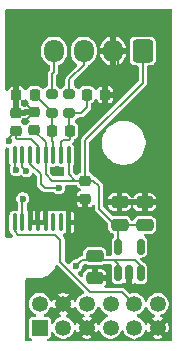
<source format=gbr>
%TF.GenerationSoftware,KiCad,Pcbnew,9.0.6*%
%TF.CreationDate,2025-12-29T21:45:29-05:00*%
%TF.ProjectId,plimsoll,706c696d-736f-46c6-9c2e-6b696361645f,rev?*%
%TF.SameCoordinates,Original*%
%TF.FileFunction,Copper,L1,Top*%
%TF.FilePolarity,Positive*%
%FSLAX46Y46*%
G04 Gerber Fmt 4.6, Leading zero omitted, Abs format (unit mm)*
G04 Created by KiCad (PCBNEW 9.0.6) date 2025-12-29 21:45:29*
%MOMM*%
%LPD*%
G01*
G04 APERTURE LIST*
G04 Aperture macros list*
%AMRoundRect*
0 Rectangle with rounded corners*
0 $1 Rounding radius*
0 $2 $3 $4 $5 $6 $7 $8 $9 X,Y pos of 4 corners*
0 Add a 4 corners polygon primitive as box body*
4,1,4,$2,$3,$4,$5,$6,$7,$8,$9,$2,$3,0*
0 Add four circle primitives for the rounded corners*
1,1,$1+$1,$2,$3*
1,1,$1+$1,$4,$5*
1,1,$1+$1,$6,$7*
1,1,$1+$1,$8,$9*
0 Add four rect primitives between the rounded corners*
20,1,$1+$1,$2,$3,$4,$5,0*
20,1,$1+$1,$4,$5,$6,$7,0*
20,1,$1+$1,$6,$7,$8,$9,0*
20,1,$1+$1,$8,$9,$2,$3,0*%
G04 Aperture macros list end*
%TA.AperFunction,ComponentPad*%
%ADD10RoundRect,0.250000X0.600000X0.725000X-0.600000X0.725000X-0.600000X-0.725000X0.600000X-0.725000X0*%
%TD*%
%TA.AperFunction,ComponentPad*%
%ADD11O,1.700000X1.950000*%
%TD*%
%TA.AperFunction,SMDPad,CuDef*%
%ADD12RoundRect,0.225000X-0.250000X0.225000X-0.250000X-0.225000X0.250000X-0.225000X0.250000X0.225000X0*%
%TD*%
%TA.AperFunction,SMDPad,CuDef*%
%ADD13RoundRect,0.250000X0.475000X-0.250000X0.475000X0.250000X-0.475000X0.250000X-0.475000X-0.250000X0*%
%TD*%
%TA.AperFunction,SMDPad,CuDef*%
%ADD14RoundRect,0.100000X0.100000X-0.637500X0.100000X0.637500X-0.100000X0.637500X-0.100000X-0.637500X0*%
%TD*%
%TA.AperFunction,SMDPad,CuDef*%
%ADD15RoundRect,0.150000X0.150000X-0.512500X0.150000X0.512500X-0.150000X0.512500X-0.150000X-0.512500X0*%
%TD*%
%TA.AperFunction,SMDPad,CuDef*%
%ADD16RoundRect,0.225000X0.225000X0.250000X-0.225000X0.250000X-0.225000X-0.250000X0.225000X-0.250000X0*%
%TD*%
%TA.AperFunction,SMDPad,CuDef*%
%ADD17RoundRect,0.225000X-0.225000X-0.250000X0.225000X-0.250000X0.225000X0.250000X-0.225000X0.250000X0*%
%TD*%
%TA.AperFunction,SMDPad,CuDef*%
%ADD18RoundRect,0.225000X0.250000X-0.225000X0.250000X0.225000X-0.250000X0.225000X-0.250000X-0.225000X0*%
%TD*%
%TA.AperFunction,SMDPad,CuDef*%
%ADD19RoundRect,0.200000X0.275000X-0.200000X0.275000X0.200000X-0.275000X0.200000X-0.275000X-0.200000X0*%
%TD*%
%TA.AperFunction,SMDPad,CuDef*%
%ADD20RoundRect,0.250000X-0.475000X0.250000X-0.475000X-0.250000X0.475000X-0.250000X0.475000X0.250000X0*%
%TD*%
%TA.AperFunction,ComponentPad*%
%ADD21R,1.350000X1.350000*%
%TD*%
%TA.AperFunction,ComponentPad*%
%ADD22C,1.350000*%
%TD*%
%TA.AperFunction,ViaPad*%
%ADD23C,0.600000*%
%TD*%
%TA.AperFunction,Conductor*%
%ADD24C,0.200000*%
%TD*%
G04 APERTURE END LIST*
D10*
%TO.P,J3,1,Pin_1*%
%TO.N,+3.3VADC*%
X38200000Y-24060000D03*
D11*
%TO.P,J3,2,Pin_2*%
%TO.N,GND*%
X35700000Y-24060000D03*
%TO.P,J3,3,Pin_3*%
%TO.N,/Signal-*%
X33200000Y-24060000D03*
%TO.P,J3,4,Pin_4*%
%TO.N,/Signal+*%
X30700000Y-24060000D03*
%TD*%
D12*
%TO.P,C8,1*%
%TO.N,+3.3VADC*%
X33330000Y-35030000D03*
%TO.P,C8,2*%
%TO.N,GND*%
X33330000Y-36580000D03*
%TD*%
D13*
%TO.P,C11,1*%
%TO.N,+3.3VADC*%
X38370000Y-38770000D03*
%TO.P,C11,2*%
%TO.N,GND*%
X38370000Y-36870000D03*
%TD*%
D14*
%TO.P,U1,1,SCLK*%
%TO.N,/B3*%
X27375000Y-38575000D03*
%TO.P,U1,2,~{CS}*%
%TO.N,Net-(JP2-C)*%
X28025000Y-38575000D03*
%TO.P,U1,3,CLK*%
%TO.N,GND*%
X28675000Y-38575000D03*
%TO.P,U1,4,DGND*%
X29325000Y-38575000D03*
%TO.P,U1,5,AVSS*%
X29975000Y-38575000D03*
%TO.P,U1,6,AIN3/REFN1*%
%TO.N,unconnected-(U1-AIN3{slash}REFN1-Pad6)*%
X30625000Y-38575000D03*
%TO.P,U1,7,AIN2*%
%TO.N,unconnected-(U1-AIN2-Pad7)*%
X31275000Y-38575000D03*
%TO.P,U1,8,REFN0*%
%TO.N,GND*%
X31925000Y-38575000D03*
%TO.P,U1,9,REFP0*%
%TO.N,+3.3VADC*%
X31925000Y-32850000D03*
%TO.P,U1,10,AIN1*%
%TO.N,Net-(U1-AIN1)*%
X31275000Y-32850000D03*
%TO.P,U1,11,AIN0/REFP1*%
%TO.N,Net-(U1-AIN0{slash}REFP1)*%
X30625000Y-32850000D03*
%TO.P,U1,12,AVDD*%
%TO.N,+3.3VADC*%
X29975000Y-32850000D03*
%TO.P,U1,13,DVDD*%
%TO.N,+3V3*%
X29325000Y-32850000D03*
%TO.P,U1,14,~{DRDY}*%
%TO.N,/C13*%
X28675000Y-32850000D03*
%TO.P,U1,15,DOUT/~{DRDY}*%
%TO.N,/B4*%
X28025000Y-32850000D03*
%TO.P,U1,16,DIN*%
%TO.N,/B5*%
X27375000Y-32850000D03*
%TD*%
D15*
%TO.P,U5,1,VIN*%
%TO.N,VBUS*%
X36130000Y-42890000D03*
%TO.P,U5,2,GND*%
%TO.N,GND*%
X37080000Y-42890000D03*
%TO.P,U5,3,EN*%
%TO.N,VBUS*%
X38030000Y-42890000D03*
%TO.P,U5,4,NC*%
%TO.N,unconnected-(U5-NC-Pad4)*%
X38030000Y-40615000D03*
%TO.P,U5,5,VOUT*%
%TO.N,+3.3VADC*%
X36130000Y-40615000D03*
%TD*%
D16*
%TO.P,C7,1*%
%TO.N,Net-(U1-AIN1)*%
X32050000Y-30800000D03*
%TO.P,C7,2*%
%TO.N,Net-(U1-AIN0{slash}REFP1)*%
X30500000Y-30800000D03*
%TD*%
D17*
%TO.P,C2,1*%
%TO.N,GND*%
X27500000Y-27750000D03*
%TO.P,C2,2*%
%TO.N,Net-(U1-AIN0{slash}REFP1)*%
X29050000Y-27750000D03*
%TD*%
D18*
%TO.P,C9,1*%
%TO.N,+3V3*%
X27500000Y-30825000D03*
%TO.P,C9,2*%
%TO.N,GND*%
X27500000Y-29275000D03*
%TD*%
D19*
%TO.P,R8,1*%
%TO.N,Net-(U1-AIN1)*%
X32000000Y-29325000D03*
%TO.P,R8,2*%
%TO.N,/Signal-*%
X32000000Y-27675000D03*
%TD*%
%TO.P,R7,1*%
%TO.N,Net-(U1-AIN0{slash}REFP1)*%
X30500000Y-29325000D03*
%TO.P,R7,2*%
%TO.N,/Signal+*%
X30500000Y-27675000D03*
%TD*%
D12*
%TO.P,C12,1*%
%TO.N,GND*%
X29000000Y-29225000D03*
%TO.P,C12,2*%
%TO.N,+3.3VADC*%
X29000000Y-30775000D03*
%TD*%
D16*
%TO.P,C1,1*%
%TO.N,GND*%
X35025000Y-27750000D03*
%TO.P,C1,2*%
%TO.N,Net-(U1-AIN1)*%
X33475000Y-27750000D03*
%TD*%
D20*
%TO.P,C6,1*%
%TO.N,VBUS*%
X34150000Y-41400000D03*
%TO.P,C6,2*%
%TO.N,GND*%
X34150000Y-43300000D03*
%TD*%
D13*
%TO.P,C10,1*%
%TO.N,+3.3VADC*%
X36240000Y-38750000D03*
%TO.P,C10,2*%
%TO.N,GND*%
X36240000Y-36850000D03*
%TD*%
D21*
%TO.P,J1,1,Pin_1*%
%TO.N,VBUS*%
X29480000Y-47480000D03*
D22*
%TO.P,J1,2,Pin_2*%
%TO.N,+3V3*%
X29480000Y-45480000D03*
%TO.P,J1,3,Pin_3*%
%TO.N,/B6*%
X31480000Y-47480000D03*
%TO.P,J1,4,Pin_4*%
%TO.N,GND*%
X31480000Y-45480000D03*
%TO.P,J1,5,Pin_5*%
X33480000Y-47480000D03*
%TO.P,J1,6,Pin_6*%
%TO.N,/B5*%
X33480000Y-45480000D03*
%TO.P,J1,7,Pin_7*%
%TO.N,/D2*%
X35480000Y-47480000D03*
%TO.P,J1,8,Pin_8*%
%TO.N,/B4*%
X35480000Y-45480000D03*
%TO.P,J1,9,Pin_9*%
%TO.N,/D3*%
X37480000Y-47480000D03*
%TO.P,J1,10,Pin_10*%
%TO.N,/B3*%
X37480000Y-45480000D03*
%TO.P,J1,11,Pin_11*%
%TO.N,GND*%
X39480000Y-47480000D03*
%TO.P,J1,12,Pin_12*%
%TO.N,/C13*%
X39480000Y-45480000D03*
%TD*%
D23*
%TO.N,GND*%
X40040000Y-42970000D03*
X40170000Y-38790000D03*
X38910000Y-33670000D03*
X34120000Y-28720000D03*
X28262500Y-29962500D03*
X36280000Y-35670000D03*
X32660000Y-32660000D03*
X31780000Y-21800000D03*
X32050000Y-41080000D03*
X39410000Y-21710000D03*
X27990000Y-21730000D03*
X39780000Y-27150000D03*
X31060000Y-34240000D03*
X33340000Y-37660000D03*
X27470000Y-25810000D03*
X34050000Y-38670000D03*
X28850000Y-43950000D03*
X38400000Y-35730000D03*
X28190000Y-28440000D03*
%TO.N,VBUS*%
X32540000Y-42260000D03*
%TO.N,+3V3*%
X26880000Y-31690000D03*
%TO.N,/C13*%
X31100000Y-35630000D03*
%TO.N,/B4*%
X28360000Y-34190000D03*
%TO.N,Net-(JP2-C)*%
X28050000Y-36560000D03*
%TO.N,/B5*%
X27480000Y-34110000D03*
%TD*%
D24*
%TO.N,GND*%
X39480000Y-47480000D02*
X39470000Y-47490000D01*
X28950000Y-29275000D02*
X29000000Y-29225000D01*
X28190000Y-28440000D02*
X28215000Y-28440000D01*
X27500000Y-27750000D02*
X27500000Y-29275000D01*
X28215000Y-28440000D02*
X29000000Y-29225000D01*
X28262500Y-29962500D02*
X29000000Y-29225000D01*
X36150000Y-27440000D02*
X36150000Y-24510000D01*
X35840000Y-27750000D02*
X36150000Y-27440000D01*
X27500000Y-29275000D02*
X28950000Y-29275000D01*
X35025000Y-27750000D02*
X35840000Y-27750000D01*
X36150000Y-24510000D02*
X35700000Y-24060000D01*
%TO.N,VBUS*%
X37562499Y-41760000D02*
X36750000Y-41760000D01*
X33090000Y-41760000D02*
X32590000Y-42260000D01*
X33850000Y-41760000D02*
X33090000Y-41760000D01*
X38030000Y-42227501D02*
X37562499Y-41760000D01*
X34030000Y-41580000D02*
X33850000Y-41760000D01*
X35760000Y-41760000D02*
X33850000Y-41760000D01*
X36750000Y-41760000D02*
X35760000Y-41760000D01*
X38030000Y-42890000D02*
X38030000Y-42227501D01*
X34030000Y-40990000D02*
X34030000Y-41580000D01*
X32590000Y-42260000D02*
X32540000Y-42260000D01*
X36130000Y-42890000D02*
X36130000Y-42130000D01*
X36130000Y-42130000D02*
X35760000Y-41760000D01*
%TO.N,+3.3VADC*%
X34510000Y-37410000D02*
X34510000Y-35500000D01*
X33330000Y-35030000D02*
X32510000Y-35030000D01*
X32510000Y-35030000D02*
X30500000Y-35030000D01*
X29975000Y-34505000D02*
X29975000Y-32850000D01*
X34510000Y-35500000D02*
X34500000Y-35500000D01*
X38370000Y-38770000D02*
X36260000Y-38770000D01*
X36260000Y-38770000D02*
X36240000Y-38750000D01*
X36130000Y-38860000D02*
X36240000Y-38750000D01*
X33330000Y-31620000D02*
X33330000Y-35030000D01*
X29000000Y-30775000D02*
X29000000Y-30810000D01*
X29000000Y-30810000D02*
X29975000Y-31785000D01*
X36240000Y-38750000D02*
X35850000Y-38750000D01*
X36130000Y-40615000D02*
X36130000Y-38860000D01*
X34030000Y-35030000D02*
X33330000Y-35030000D01*
X38200000Y-24060000D02*
X38200000Y-26750000D01*
X30500000Y-35030000D02*
X29975000Y-34505000D01*
X34500000Y-35500000D02*
X34030000Y-35030000D01*
X38200000Y-26750000D02*
X33330000Y-31620000D01*
X29975000Y-31785000D02*
X29975000Y-32850000D01*
X31925000Y-32850000D02*
X31925000Y-34445000D01*
X35850000Y-38750000D02*
X34510000Y-37410000D01*
X31925000Y-34445000D02*
X32510000Y-35030000D01*
%TO.N,+3V3*%
X29325000Y-32850000D02*
X29325000Y-32112501D01*
X29325000Y-32112501D02*
X28742499Y-31530000D01*
X27600000Y-31530000D02*
X27500000Y-31430000D01*
X26880000Y-31445000D02*
X27500000Y-30825000D01*
X26880000Y-31690000D02*
X26880000Y-31445000D01*
X28742499Y-31530000D02*
X27600000Y-31530000D01*
X27500000Y-31430000D02*
X27500000Y-30825000D01*
%TO.N,/Signal-*%
X33200000Y-25250000D02*
X32000000Y-26450000D01*
X33200000Y-24060000D02*
X33200000Y-25250000D01*
X32000000Y-26450000D02*
X32000000Y-27675000D01*
%TO.N,/Signal+*%
X30700000Y-24060000D02*
X30700000Y-25830000D01*
X30500000Y-26030000D02*
X30500000Y-27675000D01*
X30700000Y-25830000D02*
X30500000Y-26030000D01*
%TO.N,Net-(U1-AIN1)*%
X31970000Y-31620000D02*
X32050000Y-31540000D01*
X31275000Y-31795000D02*
X31450000Y-31620000D01*
X32050000Y-31540000D02*
X32050000Y-30800000D01*
X32000000Y-30750000D02*
X32050000Y-30800000D01*
X32000000Y-29325000D02*
X32000000Y-30750000D01*
X33475000Y-27750000D02*
X33475000Y-28805000D01*
X31275000Y-32850000D02*
X31275000Y-31795000D01*
X32955000Y-29325000D02*
X32000000Y-29325000D01*
X33475000Y-28805000D02*
X32955000Y-29325000D01*
X31450000Y-31620000D02*
X31970000Y-31620000D01*
%TO.N,Net-(U1-AIN0{slash}REFP1)*%
X30500000Y-29200000D02*
X29050000Y-27750000D01*
X30500000Y-31650000D02*
X30500000Y-30800000D01*
X30625000Y-32850000D02*
X30625000Y-31775000D01*
X30500000Y-29325000D02*
X30500000Y-30800000D01*
X30500000Y-29325000D02*
X30500000Y-29200000D01*
X30625000Y-31775000D02*
X30500000Y-31650000D01*
%TO.N,/C13*%
X29574000Y-34486499D02*
X28675000Y-33587499D01*
X31100000Y-35630000D02*
X29920000Y-35630000D01*
X28675000Y-33587499D02*
X28675000Y-32850000D01*
X29574000Y-35284000D02*
X29574000Y-34486499D01*
X29920000Y-35630000D02*
X29574000Y-35284000D01*
%TO.N,/B4*%
X28360000Y-34190000D02*
X28025000Y-33855000D01*
X28025000Y-33855000D02*
X28025000Y-32850000D01*
%TO.N,Net-(JP2-C)*%
X28025000Y-36585000D02*
X28050000Y-36560000D01*
X28025000Y-38575000D02*
X28025000Y-36585000D01*
%TO.N,/B3*%
X33730000Y-44450000D02*
X31240000Y-41960000D01*
X30813500Y-39613500D02*
X27676001Y-39613500D01*
X27375000Y-39312499D02*
X27375000Y-38575000D01*
X27676001Y-39613500D02*
X27375000Y-39312499D01*
X36450000Y-44450000D02*
X33730000Y-44450000D01*
X31240000Y-41960000D02*
X31240000Y-40040000D01*
X37480000Y-45480000D02*
X36450000Y-44450000D01*
X37480000Y-45220000D02*
X37480000Y-45480000D01*
X31240000Y-40040000D02*
X30813500Y-39613500D01*
%TO.N,/B5*%
X27375000Y-34005000D02*
X27375000Y-32850000D01*
X27480000Y-34110000D02*
X27375000Y-34005000D01*
%TD*%
%TA.AperFunction,Conductor*%
%TO.N,GND*%
G36*
X30999741Y-42219027D02*
G01*
X31019228Y-42234910D01*
X33195025Y-44410707D01*
X33228510Y-44472030D01*
X33223526Y-44541722D01*
X33181654Y-44597655D01*
X33154797Y-44612949D01*
X33041609Y-44659833D01*
X33041608Y-44659833D01*
X32890032Y-44761113D01*
X32890024Y-44761119D01*
X32761119Y-44890024D01*
X32761113Y-44890032D01*
X32659833Y-45041608D01*
X32659833Y-45041609D01*
X32594290Y-45199844D01*
X32550449Y-45254247D01*
X32484154Y-45276312D01*
X32416455Y-45259033D01*
X32368845Y-45207895D01*
X32365168Y-45199843D01*
X32299728Y-45041855D01*
X32299725Y-45041849D01*
X32288500Y-45025050D01*
X31880000Y-45433551D01*
X31880000Y-45427339D01*
X31852741Y-45325606D01*
X31800080Y-45234394D01*
X31725606Y-45159920D01*
X31634394Y-45107259D01*
X31532661Y-45080000D01*
X31526447Y-45080000D01*
X31934947Y-44671498D01*
X31918145Y-44660271D01*
X31749817Y-44590548D01*
X31749805Y-44590545D01*
X31571109Y-44555000D01*
X31388890Y-44555000D01*
X31210194Y-44590545D01*
X31210186Y-44590547D01*
X31041848Y-44660274D01*
X31025050Y-44671498D01*
X31433554Y-45080000D01*
X31427339Y-45080000D01*
X31325606Y-45107259D01*
X31234394Y-45159920D01*
X31159920Y-45234394D01*
X31107259Y-45325606D01*
X31080000Y-45427339D01*
X31080000Y-45433552D01*
X30671498Y-45025050D01*
X30660274Y-45041849D01*
X30594831Y-45199844D01*
X30550990Y-45254247D01*
X30484696Y-45276312D01*
X30416996Y-45259033D01*
X30369386Y-45207895D01*
X30365709Y-45199843D01*
X30300168Y-45041612D01*
X30300166Y-45041608D01*
X30198886Y-44890032D01*
X30198880Y-44890024D01*
X30069975Y-44761119D01*
X30069967Y-44761113D01*
X29918391Y-44659833D01*
X29918387Y-44659831D01*
X29749962Y-44590068D01*
X29749952Y-44590065D01*
X29571156Y-44554500D01*
X29571154Y-44554500D01*
X29388846Y-44554500D01*
X29388844Y-44554500D01*
X29210047Y-44590065D01*
X29210037Y-44590068D01*
X29041612Y-44659831D01*
X29041608Y-44659833D01*
X28890032Y-44761113D01*
X28890024Y-44761119D01*
X28761119Y-44890024D01*
X28761113Y-44890032D01*
X28659833Y-45041608D01*
X28659831Y-45041612D01*
X28590068Y-45210037D01*
X28590065Y-45210047D01*
X28554500Y-45388843D01*
X28554500Y-45388846D01*
X28554500Y-45571154D01*
X28554500Y-45571156D01*
X28554499Y-45571156D01*
X28590065Y-45749952D01*
X28590068Y-45749962D01*
X28659831Y-45918387D01*
X28659833Y-45918391D01*
X28761113Y-46069967D01*
X28761119Y-46069975D01*
X28890024Y-46198880D01*
X28890032Y-46198886D01*
X29041608Y-46300166D01*
X29041612Y-46300168D01*
X29079687Y-46315939D01*
X29134091Y-46359780D01*
X29156156Y-46426074D01*
X29138877Y-46493773D01*
X29087740Y-46541384D01*
X29032235Y-46554500D01*
X28780323Y-46554500D01*
X28707264Y-46569032D01*
X28707260Y-46569033D01*
X28624399Y-46624399D01*
X28569033Y-46707260D01*
X28569032Y-46707264D01*
X28554500Y-46780321D01*
X28554500Y-48179678D01*
X28569032Y-48252735D01*
X28569033Y-48252739D01*
X28569034Y-48252740D01*
X28624399Y-48335601D01*
X28675783Y-48369934D01*
X28707260Y-48390966D01*
X28707263Y-48390967D01*
X28772194Y-48403883D01*
X28834105Y-48436268D01*
X28868679Y-48496984D01*
X28864939Y-48566753D01*
X28824072Y-48623425D01*
X28759054Y-48649007D01*
X28748002Y-48649500D01*
X28394500Y-48649500D01*
X28327461Y-48629815D01*
X28281706Y-48577011D01*
X28270500Y-48525500D01*
X28270500Y-43424800D01*
X28290185Y-43357761D01*
X28342989Y-43312006D01*
X28394497Y-43300800D01*
X29348078Y-43300795D01*
X29378494Y-43305099D01*
X29413818Y-43300795D01*
X29449264Y-43300795D01*
X29449265Y-43300795D01*
X29470579Y-43295083D01*
X29487584Y-43291778D01*
X29567650Y-43281963D01*
X29808258Y-43216529D01*
X30036957Y-43117177D01*
X30248993Y-42985973D01*
X30248999Y-42985967D01*
X30249002Y-42985966D01*
X30363305Y-42890000D01*
X30439960Y-42825643D01*
X30605888Y-42639521D01*
X30743330Y-42431473D01*
X30758220Y-42399806D01*
X30783530Y-42345975D01*
X30819333Y-42269828D01*
X30865671Y-42217537D01*
X30932925Y-42198599D01*
X30999741Y-42219027D01*
G37*
%TD.AperFunction*%
%TA.AperFunction,Conductor*%
G36*
X33080000Y-47532661D02*
G01*
X33107259Y-47634394D01*
X33159920Y-47725606D01*
X33234394Y-47800080D01*
X33325606Y-47852741D01*
X33427339Y-47880000D01*
X33433553Y-47880000D01*
X33025050Y-48288500D01*
X33041849Y-48299725D01*
X33041855Y-48299728D01*
X33210182Y-48369451D01*
X33210194Y-48369454D01*
X33383277Y-48403883D01*
X33445188Y-48436268D01*
X33479762Y-48496983D01*
X33479312Y-48505363D01*
X33507201Y-48444297D01*
X33565979Y-48406523D01*
X33576723Y-48403883D01*
X33749805Y-48369454D01*
X33749813Y-48369452D01*
X33918151Y-48299724D01*
X33918154Y-48299723D01*
X33934947Y-48288500D01*
X33934948Y-48288500D01*
X33526448Y-47880000D01*
X33532661Y-47880000D01*
X33634394Y-47852741D01*
X33725606Y-47800080D01*
X33800080Y-47725606D01*
X33852741Y-47634394D01*
X33880000Y-47532661D01*
X33880000Y-47526448D01*
X34288500Y-47934948D01*
X34288500Y-47934947D01*
X34299723Y-47918154D01*
X34299726Y-47918148D01*
X34365168Y-47760156D01*
X34409008Y-47705752D01*
X34475302Y-47683687D01*
X34543002Y-47700966D01*
X34590613Y-47752103D01*
X34594290Y-47760155D01*
X34659833Y-47918390D01*
X34659833Y-47918391D01*
X34761113Y-48069967D01*
X34761119Y-48069975D01*
X34890024Y-48198880D01*
X34890032Y-48198886D01*
X35041608Y-48300166D01*
X35041612Y-48300168D01*
X35210037Y-48369931D01*
X35210042Y-48369933D01*
X35210046Y-48369933D01*
X35210047Y-48369934D01*
X35368735Y-48401500D01*
X35368737Y-48401500D01*
X35388846Y-48405500D01*
X35571154Y-48405500D01*
X35591263Y-48401500D01*
X35591265Y-48401500D01*
X35698417Y-48380185D01*
X35749958Y-48369933D01*
X35918389Y-48300167D01*
X35918391Y-48300166D01*
X35993672Y-48249864D01*
X36069972Y-48198883D01*
X36198883Y-48069972D01*
X36289103Y-47934948D01*
X36300166Y-47918391D01*
X36300168Y-47918387D01*
X36365439Y-47760808D01*
X36409280Y-47706404D01*
X36475574Y-47684339D01*
X36543273Y-47701618D01*
X36590884Y-47752755D01*
X36594561Y-47760808D01*
X36659831Y-47918387D01*
X36659833Y-47918391D01*
X36761113Y-48069967D01*
X36761119Y-48069975D01*
X36890024Y-48198880D01*
X36890032Y-48198886D01*
X37041608Y-48300166D01*
X37041612Y-48300168D01*
X37210037Y-48369931D01*
X37210042Y-48369933D01*
X37210046Y-48369933D01*
X37210047Y-48369934D01*
X37380715Y-48403883D01*
X37442626Y-48436268D01*
X37477200Y-48496984D01*
X37473460Y-48566753D01*
X37432593Y-48623425D01*
X37367575Y-48649007D01*
X37356523Y-48649500D01*
X33600914Y-48649500D01*
X33533875Y-48629815D01*
X33488120Y-48577011D01*
X33478907Y-48512937D01*
X33476023Y-48566753D01*
X33435157Y-48623425D01*
X33370138Y-48649006D01*
X33359086Y-48649500D01*
X30211998Y-48649500D01*
X30144959Y-48629815D01*
X30099204Y-48577011D01*
X30089260Y-48507853D01*
X30118285Y-48444297D01*
X30177063Y-48406523D01*
X30187806Y-48403883D01*
X30252736Y-48390967D01*
X30252737Y-48390966D01*
X30252740Y-48390966D01*
X30335601Y-48335601D01*
X30390966Y-48252740D01*
X30405500Y-48179674D01*
X30405500Y-47927765D01*
X30425185Y-47860726D01*
X30477989Y-47814971D01*
X30547147Y-47805027D01*
X30610703Y-47834052D01*
X30644061Y-47880313D01*
X30659831Y-47918387D01*
X30659833Y-47918391D01*
X30761113Y-48069967D01*
X30761119Y-48069975D01*
X30890024Y-48198880D01*
X30890032Y-48198886D01*
X31041608Y-48300166D01*
X31041612Y-48300168D01*
X31210037Y-48369931D01*
X31210042Y-48369933D01*
X31210046Y-48369933D01*
X31210047Y-48369934D01*
X31368735Y-48401500D01*
X31368737Y-48401500D01*
X31388846Y-48405500D01*
X31571154Y-48405500D01*
X31591263Y-48401500D01*
X31591265Y-48401500D01*
X31698417Y-48380185D01*
X31749958Y-48369933D01*
X31918389Y-48300167D01*
X31918391Y-48300166D01*
X31993672Y-48249864D01*
X32069972Y-48198883D01*
X32198883Y-48069972D01*
X32289103Y-47934948D01*
X32300166Y-47918391D01*
X32300168Y-47918387D01*
X32365709Y-47760156D01*
X32409550Y-47705752D01*
X32475844Y-47683687D01*
X32543543Y-47700966D01*
X32591154Y-47752103D01*
X32594831Y-47760156D01*
X32660271Y-47918145D01*
X32671498Y-47934947D01*
X33080000Y-47526445D01*
X33080000Y-47532661D01*
G37*
%TD.AperFunction*%
%TA.AperFunction,Conductor*%
G36*
X40642539Y-20520185D02*
G01*
X40688294Y-20572989D01*
X40699500Y-20624500D01*
X40699500Y-48525500D01*
X40679815Y-48592539D01*
X40627011Y-48638294D01*
X40575500Y-48649500D01*
X37603477Y-48649500D01*
X37536438Y-48629815D01*
X37490683Y-48577011D01*
X37480739Y-48507853D01*
X37509764Y-48444297D01*
X37568542Y-48406523D01*
X37579285Y-48403883D01*
X37693070Y-48381248D01*
X37749958Y-48369933D01*
X37918389Y-48300167D01*
X37918391Y-48300166D01*
X37993672Y-48249864D01*
X38069972Y-48198883D01*
X38198883Y-48069972D01*
X38289103Y-47934948D01*
X38300166Y-47918391D01*
X38300168Y-47918387D01*
X38365709Y-47760156D01*
X38409550Y-47705752D01*
X38475844Y-47683687D01*
X38543543Y-47700966D01*
X38591154Y-47752103D01*
X38594831Y-47760156D01*
X38660271Y-47918145D01*
X38671498Y-47934947D01*
X39080000Y-47526445D01*
X39080000Y-47532661D01*
X39107259Y-47634394D01*
X39159920Y-47725606D01*
X39234394Y-47800080D01*
X39325606Y-47852741D01*
X39427339Y-47880000D01*
X39433553Y-47880000D01*
X39025050Y-48288500D01*
X39041849Y-48299725D01*
X39041855Y-48299728D01*
X39210182Y-48369451D01*
X39210194Y-48369454D01*
X39371297Y-48401500D01*
X39588703Y-48401500D01*
X39749805Y-48369454D01*
X39749813Y-48369452D01*
X39918151Y-48299724D01*
X39918154Y-48299723D01*
X39934947Y-48288500D01*
X39934948Y-48288500D01*
X39526448Y-47880000D01*
X39532661Y-47880000D01*
X39634394Y-47852741D01*
X39725606Y-47800080D01*
X39800080Y-47725606D01*
X39852741Y-47634394D01*
X39880000Y-47532661D01*
X39880000Y-47526448D01*
X40288500Y-47934948D01*
X40288500Y-47934947D01*
X40299723Y-47918154D01*
X40299724Y-47918151D01*
X40369452Y-47749813D01*
X40369454Y-47749805D01*
X40404999Y-47571109D01*
X40405000Y-47571106D01*
X40405000Y-47388894D01*
X40404999Y-47388890D01*
X40369454Y-47210194D01*
X40369451Y-47210182D01*
X40299728Y-47041855D01*
X40299725Y-47041849D01*
X40288500Y-47025050D01*
X39880000Y-47433551D01*
X39880000Y-47427339D01*
X39852741Y-47325606D01*
X39800080Y-47234394D01*
X39725606Y-47159920D01*
X39634394Y-47107259D01*
X39532661Y-47080000D01*
X39526447Y-47080000D01*
X39934947Y-46671498D01*
X39918145Y-46660271D01*
X39760156Y-46594831D01*
X39705752Y-46550990D01*
X39683687Y-46484696D01*
X39700966Y-46416997D01*
X39752103Y-46369386D01*
X39760156Y-46365709D01*
X39918387Y-46300168D01*
X39918391Y-46300166D01*
X39993672Y-46249864D01*
X40069972Y-46198883D01*
X40198883Y-46069972D01*
X40289103Y-45934948D01*
X40300166Y-45918391D01*
X40300168Y-45918387D01*
X40349172Y-45800080D01*
X40369933Y-45749958D01*
X40405500Y-45571154D01*
X40405500Y-45388846D01*
X40405500Y-45388843D01*
X40369934Y-45210047D01*
X40369933Y-45210046D01*
X40369933Y-45210042D01*
X40365709Y-45199844D01*
X40300168Y-45041612D01*
X40300166Y-45041608D01*
X40198886Y-44890032D01*
X40198880Y-44890024D01*
X40069975Y-44761119D01*
X40069967Y-44761113D01*
X39918391Y-44659833D01*
X39918387Y-44659831D01*
X39749962Y-44590068D01*
X39749952Y-44590065D01*
X39571156Y-44554500D01*
X39571154Y-44554500D01*
X39388846Y-44554500D01*
X39388844Y-44554500D01*
X39210047Y-44590065D01*
X39210037Y-44590068D01*
X39041612Y-44659831D01*
X39041608Y-44659833D01*
X38890032Y-44761113D01*
X38890024Y-44761119D01*
X38761119Y-44890024D01*
X38761113Y-44890032D01*
X38659833Y-45041608D01*
X38594561Y-45199192D01*
X38550720Y-45253595D01*
X38484426Y-45275660D01*
X38416727Y-45258381D01*
X38369116Y-45207244D01*
X38365439Y-45199192D01*
X38300166Y-45041608D01*
X38198886Y-44890032D01*
X38198880Y-44890024D01*
X38069975Y-44761119D01*
X38069967Y-44761113D01*
X37918391Y-44659833D01*
X37918387Y-44659831D01*
X37749962Y-44590068D01*
X37749952Y-44590065D01*
X37571156Y-44554500D01*
X37571154Y-44554500D01*
X37388846Y-44554500D01*
X37388844Y-44554500D01*
X37210048Y-44590065D01*
X37210044Y-44590066D01*
X37210042Y-44590067D01*
X37198696Y-44594766D01*
X37129230Y-44602234D01*
X37066751Y-44570958D01*
X37063567Y-44567885D01*
X36665213Y-44169531D01*
X36665208Y-44169527D01*
X36585290Y-44123387D01*
X36585289Y-44123386D01*
X36585288Y-44123386D01*
X36496144Y-44099500D01*
X36496143Y-44099500D01*
X35085947Y-44099500D01*
X35018908Y-44079815D01*
X34973153Y-44027011D01*
X34963209Y-43957853D01*
X34986681Y-43901189D01*
X35068350Y-43792093D01*
X35068354Y-43792086D01*
X35118596Y-43657379D01*
X35118598Y-43657372D01*
X35124999Y-43597844D01*
X35125000Y-43597827D01*
X35125000Y-43550000D01*
X34274000Y-43550000D01*
X34206961Y-43530315D01*
X34161206Y-43477511D01*
X34150000Y-43426000D01*
X34150000Y-43300000D01*
X34024000Y-43300000D01*
X33956961Y-43280315D01*
X33911206Y-43227511D01*
X33900000Y-43176000D01*
X33900000Y-43050000D01*
X34400000Y-43050000D01*
X35125000Y-43050000D01*
X35125000Y-43002172D01*
X35124999Y-43002155D01*
X35118598Y-42942627D01*
X35118596Y-42942620D01*
X35068354Y-42807913D01*
X35068350Y-42807906D01*
X34982190Y-42692812D01*
X34982187Y-42692809D01*
X34867093Y-42606649D01*
X34867086Y-42606645D01*
X34732379Y-42556403D01*
X34732372Y-42556401D01*
X34672844Y-42550000D01*
X34400000Y-42550000D01*
X34400000Y-43050000D01*
X33900000Y-43050000D01*
X33900000Y-42550000D01*
X33627155Y-42550000D01*
X33567627Y-42556401D01*
X33567620Y-42556403D01*
X33432913Y-42606645D01*
X33432906Y-42606649D01*
X33317812Y-42692809D01*
X33317809Y-42692812D01*
X33231649Y-42807906D01*
X33231645Y-42807913D01*
X33181403Y-42942620D01*
X33181401Y-42942627D01*
X33175000Y-43002155D01*
X33175000Y-43099956D01*
X33155315Y-43166995D01*
X33102511Y-43212750D01*
X33033353Y-43222694D01*
X32969797Y-43193669D01*
X32963319Y-43187637D01*
X32737537Y-42961855D01*
X32704052Y-42900532D01*
X32709036Y-42830840D01*
X32750908Y-42774907D01*
X32763218Y-42766787D01*
X32878015Y-42700509D01*
X32980509Y-42598015D01*
X33052984Y-42472485D01*
X33090500Y-42332475D01*
X33090500Y-42306544D01*
X33099144Y-42277103D01*
X33105668Y-42247117D01*
X33109422Y-42242101D01*
X33110185Y-42239505D01*
X33126819Y-42218863D01*
X33198863Y-42146819D01*
X33260186Y-42113334D01*
X33286544Y-42110500D01*
X33455083Y-42110500D01*
X33498416Y-42118318D01*
X33567517Y-42144091D01*
X33567516Y-42144091D01*
X33573842Y-42144771D01*
X33627127Y-42150500D01*
X34672872Y-42150499D01*
X34732483Y-42144091D01*
X34801584Y-42118318D01*
X34844917Y-42110500D01*
X35471611Y-42110500D01*
X35538650Y-42130185D01*
X35584405Y-42182989D01*
X35594349Y-42252147D01*
X35594084Y-42253898D01*
X35579500Y-42345975D01*
X35579500Y-43434017D01*
X35586389Y-43477511D01*
X35594354Y-43527804D01*
X35651950Y-43640842D01*
X35651952Y-43640844D01*
X35651954Y-43640847D01*
X35741652Y-43730545D01*
X35741654Y-43730546D01*
X35741658Y-43730550D01*
X35853752Y-43787665D01*
X35854698Y-43788147D01*
X35948475Y-43802999D01*
X35948481Y-43803000D01*
X36311518Y-43802999D01*
X36405304Y-43788146D01*
X36518342Y-43730550D01*
X36518349Y-43730542D01*
X36526241Y-43724811D01*
X36527142Y-43726052D01*
X36578974Y-43697739D01*
X36648667Y-43702712D01*
X36683536Y-43725117D01*
X36684056Y-43724402D01*
X36691954Y-43730139D01*
X36804854Y-43787665D01*
X36829998Y-43791647D01*
X36830000Y-43791646D01*
X36830000Y-43014000D01*
X36849685Y-42946961D01*
X36902489Y-42901206D01*
X36954000Y-42890000D01*
X37206000Y-42890000D01*
X37273039Y-42909685D01*
X37318794Y-42962489D01*
X37330000Y-43014000D01*
X37330000Y-43791646D01*
X37330001Y-43791647D01*
X37355145Y-43787665D01*
X37468045Y-43730139D01*
X37475944Y-43724402D01*
X37476941Y-43725774D01*
X37528278Y-43697737D01*
X37597971Y-43702716D01*
X37633311Y-43725427D01*
X37633759Y-43724811D01*
X37641653Y-43730545D01*
X37641658Y-43730550D01*
X37753752Y-43787665D01*
X37754698Y-43788147D01*
X37848475Y-43802999D01*
X37848481Y-43803000D01*
X38211518Y-43802999D01*
X38305304Y-43788146D01*
X38418342Y-43730550D01*
X38508050Y-43640842D01*
X38565646Y-43527804D01*
X38565646Y-43527802D01*
X38565647Y-43527801D01*
X38580499Y-43434024D01*
X38580500Y-43434019D01*
X38580499Y-42345982D01*
X38565646Y-42252196D01*
X38508050Y-42139158D01*
X38508046Y-42139154D01*
X38508045Y-42139152D01*
X38418347Y-42049454D01*
X38418344Y-42049452D01*
X38418342Y-42049450D01*
X38305304Y-41991854D01*
X38305302Y-41991853D01*
X38296609Y-41987424D01*
X38297592Y-41985492D01*
X38261633Y-41963453D01*
X38037860Y-41739680D01*
X38004375Y-41678357D01*
X38009359Y-41608665D01*
X38051231Y-41552732D01*
X38116695Y-41528315D01*
X38125534Y-41527999D01*
X38211518Y-41527999D01*
X38305304Y-41513146D01*
X38418342Y-41455550D01*
X38508050Y-41365842D01*
X38565646Y-41252804D01*
X38565646Y-41252802D01*
X38565647Y-41252801D01*
X38580499Y-41159024D01*
X38580500Y-41159019D01*
X38580499Y-40070982D01*
X38565646Y-39977196D01*
X38508050Y-39864158D01*
X38508046Y-39864154D01*
X38508045Y-39864152D01*
X38418347Y-39774454D01*
X38418344Y-39774452D01*
X38418342Y-39774450D01*
X38380135Y-39754982D01*
X38329341Y-39707009D01*
X38312546Y-39639188D01*
X38335084Y-39573053D01*
X38389799Y-39529602D01*
X38436429Y-39520499D01*
X38892872Y-39520499D01*
X38952483Y-39514091D01*
X39087331Y-39463796D01*
X39202546Y-39377546D01*
X39288796Y-39262331D01*
X39339091Y-39127483D01*
X39345500Y-39067873D01*
X39345499Y-38472128D01*
X39339091Y-38412517D01*
X39334353Y-38399815D01*
X39288797Y-38277671D01*
X39288793Y-38277664D01*
X39202547Y-38162455D01*
X39202544Y-38162452D01*
X39087335Y-38076206D01*
X39087328Y-38076202D01*
X38952482Y-38025908D01*
X38952483Y-38025908D01*
X38892883Y-38019501D01*
X38892881Y-38019500D01*
X38892873Y-38019500D01*
X38892864Y-38019500D01*
X37847129Y-38019500D01*
X37847123Y-38019501D01*
X37787516Y-38025908D01*
X37652671Y-38076202D01*
X37652664Y-38076206D01*
X37537455Y-38162452D01*
X37537452Y-38162455D01*
X37451206Y-38277664D01*
X37451202Y-38277671D01*
X37428391Y-38338833D01*
X37415121Y-38356559D01*
X37405922Y-38376703D01*
X37394591Y-38383984D01*
X37386520Y-38394767D01*
X37365771Y-38402505D01*
X37347144Y-38414477D01*
X37325227Y-38417628D01*
X37321056Y-38419184D01*
X37312209Y-38419500D01*
X37305250Y-38419500D01*
X37238211Y-38399815D01*
X37192456Y-38347011D01*
X37189068Y-38338832D01*
X37158798Y-38257673D01*
X37158793Y-38257664D01*
X37072547Y-38142455D01*
X37072544Y-38142452D01*
X36957335Y-38056206D01*
X36957328Y-38056202D01*
X36822482Y-38005908D01*
X36822483Y-38005908D01*
X36762883Y-37999501D01*
X36762881Y-37999500D01*
X36762873Y-37999500D01*
X36762864Y-37999500D01*
X35717129Y-37999500D01*
X35717120Y-37999501D01*
X35666002Y-38004996D01*
X35597243Y-37992589D01*
X35565069Y-37969387D01*
X34896819Y-37301137D01*
X34863334Y-37239814D01*
X34860500Y-37213456D01*
X34860500Y-37147844D01*
X35265000Y-37147844D01*
X35271401Y-37207372D01*
X35271403Y-37207379D01*
X35321645Y-37342086D01*
X35321649Y-37342093D01*
X35407809Y-37457187D01*
X35407812Y-37457190D01*
X35522906Y-37543350D01*
X35522913Y-37543354D01*
X35657620Y-37593596D01*
X35657627Y-37593598D01*
X35717155Y-37599999D01*
X35717172Y-37600000D01*
X35990000Y-37600000D01*
X36490000Y-37600000D01*
X36762828Y-37600000D01*
X36762844Y-37599999D01*
X36822372Y-37593598D01*
X36822379Y-37593596D01*
X36957086Y-37543354D01*
X36957093Y-37543350D01*
X37072187Y-37457190D01*
X37072190Y-37457187D01*
X37158350Y-37342093D01*
X37158354Y-37342086D01*
X37185088Y-37270409D01*
X37226959Y-37214475D01*
X37292423Y-37190058D01*
X37360696Y-37204909D01*
X37410102Y-37254314D01*
X37417452Y-37270409D01*
X37451645Y-37362086D01*
X37451649Y-37362093D01*
X37537809Y-37477187D01*
X37537812Y-37477190D01*
X37652906Y-37563350D01*
X37652913Y-37563354D01*
X37787620Y-37613596D01*
X37787627Y-37613598D01*
X37847155Y-37619999D01*
X37847172Y-37620000D01*
X38120000Y-37620000D01*
X38620000Y-37620000D01*
X38892828Y-37620000D01*
X38892844Y-37619999D01*
X38952372Y-37613598D01*
X38952379Y-37613596D01*
X39087086Y-37563354D01*
X39087093Y-37563350D01*
X39202187Y-37477190D01*
X39202190Y-37477187D01*
X39288350Y-37362093D01*
X39288354Y-37362086D01*
X39338596Y-37227379D01*
X39338598Y-37227372D01*
X39344999Y-37167844D01*
X39345000Y-37167827D01*
X39345000Y-37120000D01*
X38620000Y-37120000D01*
X38620000Y-37620000D01*
X38120000Y-37620000D01*
X38120000Y-37120000D01*
X37388614Y-37120000D01*
X37341358Y-37145804D01*
X37271666Y-37140820D01*
X37227319Y-37112319D01*
X37215000Y-37100000D01*
X36490000Y-37100000D01*
X36490000Y-37600000D01*
X35990000Y-37600000D01*
X35990000Y-37100000D01*
X35265000Y-37100000D01*
X35265000Y-37147844D01*
X34860500Y-37147844D01*
X34860500Y-36552155D01*
X35265000Y-36552155D01*
X35265000Y-36600000D01*
X35990000Y-36600000D01*
X36490000Y-36600000D01*
X37221386Y-36600000D01*
X37268642Y-36574196D01*
X37338334Y-36579180D01*
X37382681Y-36607681D01*
X37395000Y-36620000D01*
X38120000Y-36620000D01*
X38620000Y-36620000D01*
X39345000Y-36620000D01*
X39345000Y-36572172D01*
X39344999Y-36572155D01*
X39338598Y-36512627D01*
X39338596Y-36512620D01*
X39288354Y-36377913D01*
X39288350Y-36377906D01*
X39202190Y-36262812D01*
X39202187Y-36262809D01*
X39087093Y-36176649D01*
X39087086Y-36176645D01*
X38952379Y-36126403D01*
X38952372Y-36126401D01*
X38892844Y-36120000D01*
X38620000Y-36120000D01*
X38620000Y-36620000D01*
X38120000Y-36620000D01*
X38120000Y-36120000D01*
X37847155Y-36120000D01*
X37787627Y-36126401D01*
X37787620Y-36126403D01*
X37652913Y-36176645D01*
X37652906Y-36176649D01*
X37537812Y-36262809D01*
X37537809Y-36262812D01*
X37451649Y-36377906D01*
X37451643Y-36377917D01*
X37424910Y-36449591D01*
X37383039Y-36505525D01*
X37317574Y-36529941D01*
X37249301Y-36515089D01*
X37199896Y-36465683D01*
X37192547Y-36449590D01*
X37158354Y-36357913D01*
X37158350Y-36357906D01*
X37072190Y-36242812D01*
X37072187Y-36242809D01*
X36957093Y-36156649D01*
X36957086Y-36156645D01*
X36822379Y-36106403D01*
X36822372Y-36106401D01*
X36762844Y-36100000D01*
X36490000Y-36100000D01*
X36490000Y-36600000D01*
X35990000Y-36600000D01*
X35990000Y-36100000D01*
X35717155Y-36100000D01*
X35657627Y-36106401D01*
X35657620Y-36106403D01*
X35522913Y-36156645D01*
X35522906Y-36156649D01*
X35407812Y-36242809D01*
X35407809Y-36242812D01*
X35321649Y-36357906D01*
X35321645Y-36357913D01*
X35271403Y-36492620D01*
X35271401Y-36492627D01*
X35265000Y-36552155D01*
X34860500Y-36552155D01*
X34860500Y-35453858D01*
X34860500Y-35453856D01*
X34836614Y-35364712D01*
X34816655Y-35330142D01*
X34790473Y-35284794D01*
X34790471Y-35284791D01*
X34790469Y-35284788D01*
X34725212Y-35219531D01*
X34725211Y-35219530D01*
X34715683Y-35214029D01*
X34690006Y-35194325D01*
X34245213Y-34749531D01*
X34245208Y-34749527D01*
X34165291Y-34703387D01*
X34165287Y-34703385D01*
X34159034Y-34701710D01*
X34159034Y-34701709D01*
X34098500Y-34685490D01*
X34038839Y-34649125D01*
X34014413Y-34609053D01*
X34001628Y-34574774D01*
X33919687Y-34465313D01*
X33810226Y-34383372D01*
X33810225Y-34383371D01*
X33810226Y-34383371D01*
X33761166Y-34365073D01*
X33705232Y-34323202D01*
X33680816Y-34257737D01*
X33680500Y-34248892D01*
X33680500Y-31816544D01*
X33689144Y-31787103D01*
X33695668Y-31757117D01*
X33699422Y-31752101D01*
X33700185Y-31749505D01*
X33716819Y-31728863D01*
X33727265Y-31718417D01*
X34749500Y-31718417D01*
X34749500Y-31960994D01*
X34769262Y-32111108D01*
X34781162Y-32201495D01*
X34788391Y-32228474D01*
X34843947Y-32435810D01*
X34936773Y-32659911D01*
X34936776Y-32659918D01*
X35058064Y-32869995D01*
X35058066Y-32869998D01*
X35058067Y-32869999D01*
X35205733Y-33062442D01*
X35205739Y-33062449D01*
X35377256Y-33233966D01*
X35377262Y-33233971D01*
X35569711Y-33381642D01*
X35779788Y-33502930D01*
X35822834Y-33520760D01*
X35987321Y-33588893D01*
X36003900Y-33595760D01*
X36238211Y-33658544D01*
X36418586Y-33682290D01*
X36478711Y-33690206D01*
X36478712Y-33690206D01*
X36721289Y-33690206D01*
X36769388Y-33683873D01*
X36961789Y-33658544D01*
X37196100Y-33595760D01*
X37420212Y-33502930D01*
X37630289Y-33381642D01*
X37822738Y-33233971D01*
X37994265Y-33062444D01*
X38141936Y-32869995D01*
X38263224Y-32659918D01*
X38356054Y-32435806D01*
X38418838Y-32201495D01*
X38450500Y-31960994D01*
X38450500Y-31718418D01*
X38418838Y-31477917D01*
X38356054Y-31243606D01*
X38263224Y-31019494D01*
X38141936Y-30809417D01*
X37994265Y-30616968D01*
X37994260Y-30616962D01*
X37822743Y-30445445D01*
X37822736Y-30445439D01*
X37630293Y-30297773D01*
X37630292Y-30297772D01*
X37630289Y-30297770D01*
X37420212Y-30176482D01*
X37394699Y-30165914D01*
X37196104Y-30083653D01*
X36961785Y-30020867D01*
X36721289Y-29989206D01*
X36721288Y-29989206D01*
X36478712Y-29989206D01*
X36478711Y-29989206D01*
X36238214Y-30020867D01*
X36003895Y-30083653D01*
X35779794Y-30176479D01*
X35779785Y-30176483D01*
X35569706Y-30297773D01*
X35377263Y-30445439D01*
X35377256Y-30445445D01*
X35205739Y-30616962D01*
X35205733Y-30616969D01*
X35058067Y-30809412D01*
X34936777Y-31019491D01*
X34936773Y-31019500D01*
X34843947Y-31243601D01*
X34781161Y-31477920D01*
X34749500Y-31718417D01*
X33727265Y-31718417D01*
X33819004Y-31626678D01*
X36094682Y-29351000D01*
X38480470Y-26965212D01*
X38526614Y-26885288D01*
X38550500Y-26796144D01*
X38550500Y-25409499D01*
X38570185Y-25342460D01*
X38622989Y-25296705D01*
X38674500Y-25285499D01*
X38847871Y-25285499D01*
X38847872Y-25285499D01*
X38907483Y-25279091D01*
X39042331Y-25228796D01*
X39157546Y-25142546D01*
X39243796Y-25027331D01*
X39294091Y-24892483D01*
X39300500Y-24832873D01*
X39300499Y-23287128D01*
X39294091Y-23227517D01*
X39290689Y-23218397D01*
X39243797Y-23092671D01*
X39243793Y-23092664D01*
X39157547Y-22977455D01*
X39157544Y-22977452D01*
X39042335Y-22891206D01*
X39042328Y-22891202D01*
X38907482Y-22840908D01*
X38907483Y-22840908D01*
X38847883Y-22834501D01*
X38847881Y-22834500D01*
X38847873Y-22834500D01*
X38847864Y-22834500D01*
X37552129Y-22834500D01*
X37552123Y-22834501D01*
X37492516Y-22840908D01*
X37357671Y-22891202D01*
X37357664Y-22891206D01*
X37242455Y-22977452D01*
X37242452Y-22977455D01*
X37156206Y-23092664D01*
X37156202Y-23092671D01*
X37105908Y-23227517D01*
X37099501Y-23287116D01*
X37099501Y-23287123D01*
X37099500Y-23287135D01*
X37099500Y-24832870D01*
X37099501Y-24832876D01*
X37105908Y-24892483D01*
X37156202Y-25027328D01*
X37156206Y-25027335D01*
X37242452Y-25142544D01*
X37242455Y-25142547D01*
X37357664Y-25228793D01*
X37357671Y-25228797D01*
X37402618Y-25245561D01*
X37492517Y-25279091D01*
X37552127Y-25285500D01*
X37725500Y-25285499D01*
X37792539Y-25305183D01*
X37838294Y-25357987D01*
X37849500Y-25409499D01*
X37849500Y-26553456D01*
X37829815Y-26620495D01*
X37813181Y-26641137D01*
X33049531Y-31404786D01*
X33049525Y-31404794D01*
X33010940Y-31471627D01*
X33010940Y-31471628D01*
X33003387Y-31484709D01*
X33003386Y-31484712D01*
X32979500Y-31573856D01*
X32979500Y-34248892D01*
X32959815Y-34315931D01*
X32907011Y-34361686D01*
X32898834Y-34365073D01*
X32849774Y-34383371D01*
X32740313Y-34465313D01*
X32697930Y-34521930D01*
X32641996Y-34563801D01*
X32572304Y-34568785D01*
X32510982Y-34535300D01*
X32311819Y-34336137D01*
X32278334Y-34274814D01*
X32275500Y-34248456D01*
X32275500Y-33784043D01*
X32295185Y-33717004D01*
X32311818Y-33696362D01*
X32314198Y-33693983D01*
X32365573Y-33588893D01*
X32375500Y-33520760D01*
X32375500Y-32179240D01*
X32365573Y-32111107D01*
X32314198Y-32006017D01*
X32314196Y-32006015D01*
X32314196Y-32006014D01*
X32284613Y-31976431D01*
X32251128Y-31915108D01*
X32256112Y-31845416D01*
X32268919Y-31820269D01*
X32275799Y-31809882D01*
X32330470Y-31755212D01*
X32376614Y-31675288D01*
X32379293Y-31665288D01*
X32400500Y-31586144D01*
X32400500Y-31586141D01*
X32401213Y-31580728D01*
X32429479Y-31516831D01*
X32480815Y-31480732D01*
X32505226Y-31471628D01*
X32614687Y-31389687D01*
X32696628Y-31280226D01*
X32744412Y-31152114D01*
X32748292Y-31116027D01*
X32750499Y-31095501D01*
X32750499Y-31095494D01*
X32750500Y-31095485D01*
X32750499Y-30504516D01*
X32744412Y-30447886D01*
X32743499Y-30445439D01*
X32714821Y-30368550D01*
X32696628Y-30319774D01*
X32614687Y-30210313D01*
X32505226Y-30128372D01*
X32505225Y-30128371D01*
X32498126Y-30123057D01*
X32499752Y-30120884D01*
X32460255Y-30081374D01*
X32445416Y-30013098D01*
X32469844Y-29947638D01*
X32495459Y-29922200D01*
X32597150Y-29847150D01*
X32677793Y-29737882D01*
X32677793Y-29737881D01*
X32683311Y-29730405D01*
X32685285Y-29731862D01*
X32724580Y-29691485D01*
X32785480Y-29675500D01*
X33001142Y-29675500D01*
X33001144Y-29675500D01*
X33090288Y-29651614D01*
X33170212Y-29605470D01*
X33755470Y-29020212D01*
X33801614Y-28940288D01*
X33819540Y-28873386D01*
X33825500Y-28851144D01*
X33825500Y-28546783D01*
X33845185Y-28479744D01*
X33897989Y-28433989D01*
X33906142Y-28430610D01*
X33930226Y-28421628D01*
X34039687Y-28339687D01*
X34121628Y-28230226D01*
X34134085Y-28196825D01*
X34175955Y-28140894D01*
X34241419Y-28116477D01*
X34309692Y-28131328D01*
X34359098Y-28180733D01*
X34366448Y-28196827D01*
X34378814Y-28229983D01*
X34378815Y-28229984D01*
X34460670Y-28339329D01*
X34570015Y-28421184D01*
X34570016Y-28421185D01*
X34697991Y-28468917D01*
X34697995Y-28468918D01*
X34754554Y-28474999D01*
X35275000Y-28474999D01*
X35295433Y-28474999D01*
X35295439Y-28474998D01*
X35352007Y-28468918D01*
X35479981Y-28421186D01*
X35479984Y-28421184D01*
X35589329Y-28339329D01*
X35671184Y-28229984D01*
X35671185Y-28229983D01*
X35718916Y-28102010D01*
X35724999Y-28045428D01*
X35725000Y-28045427D01*
X35725000Y-28000000D01*
X35275000Y-28000000D01*
X35275000Y-28474999D01*
X34754554Y-28474999D01*
X34775000Y-28474998D01*
X34775000Y-27500000D01*
X35275000Y-27500000D01*
X35724999Y-27500000D01*
X35724999Y-27454566D01*
X35724998Y-27454560D01*
X35718918Y-27397992D01*
X35671186Y-27270018D01*
X35671184Y-27270015D01*
X35589329Y-27160670D01*
X35479984Y-27078815D01*
X35479983Y-27078814D01*
X35352010Y-27031083D01*
X35295428Y-27025000D01*
X35275000Y-27025000D01*
X35275000Y-27500000D01*
X34775000Y-27500000D01*
X34775000Y-27024999D01*
X34754579Y-27025000D01*
X34754560Y-27025001D01*
X34697993Y-27031081D01*
X34570018Y-27078813D01*
X34570015Y-27078815D01*
X34460670Y-27160670D01*
X34378815Y-27270015D01*
X34378811Y-27270023D01*
X34366447Y-27303172D01*
X34324576Y-27359106D01*
X34259111Y-27383522D01*
X34190838Y-27368670D01*
X34141433Y-27319264D01*
X34134089Y-27303183D01*
X34121628Y-27269774D01*
X34039687Y-27160313D01*
X33930818Y-27078815D01*
X33930228Y-27078373D01*
X33930226Y-27078372D01*
X33802114Y-27030588D01*
X33802112Y-27030587D01*
X33802110Y-27030587D01*
X33745493Y-27024500D01*
X33204518Y-27024500D01*
X33204509Y-27024501D01*
X33147885Y-27030587D01*
X33019773Y-27078372D01*
X32910310Y-27160315D01*
X32855365Y-27233713D01*
X32799431Y-27275584D01*
X32729740Y-27280568D01*
X32668417Y-27247082D01*
X32656329Y-27233035D01*
X32597151Y-27152851D01*
X32487882Y-27072207D01*
X32433544Y-27053193D01*
X32376768Y-27012471D01*
X32351022Y-26947518D01*
X32350500Y-26936152D01*
X32350500Y-26646543D01*
X32370185Y-26579504D01*
X32386819Y-26558862D01*
X32900473Y-26045208D01*
X33480469Y-25465212D01*
X33526614Y-25385288D01*
X33550500Y-25296144D01*
X33550500Y-25296142D01*
X33552603Y-25288294D01*
X33555490Y-25289067D01*
X33577950Y-25238246D01*
X33618787Y-25208426D01*
X33618104Y-25207085D01*
X33776786Y-25126233D01*
X33776785Y-25126233D01*
X33776788Y-25126232D01*
X33916928Y-25024414D01*
X34039414Y-24901928D01*
X34141232Y-24761788D01*
X34219873Y-24607445D01*
X34273402Y-24442701D01*
X34300500Y-24271611D01*
X34300500Y-23848389D01*
X34294420Y-23810000D01*
X34606086Y-23810000D01*
X35295854Y-23810000D01*
X35257370Y-23876657D01*
X35225000Y-23997465D01*
X35225000Y-24122535D01*
X35257370Y-24243343D01*
X35295854Y-24310000D01*
X34606086Y-24310000D01*
X34627086Y-24442585D01*
X34680591Y-24607257D01*
X34759195Y-24761524D01*
X34860967Y-24901602D01*
X34983397Y-25024032D01*
X35123475Y-25125804D01*
X35277744Y-25204408D01*
X35442415Y-25257914D01*
X35442414Y-25257914D01*
X35449999Y-25259115D01*
X35450000Y-25259114D01*
X35450000Y-24464145D01*
X35516657Y-24502630D01*
X35637465Y-24535000D01*
X35762535Y-24535000D01*
X35883343Y-24502630D01*
X35950000Y-24464145D01*
X35950000Y-25259115D01*
X35957584Y-25257914D01*
X36122255Y-25204408D01*
X36276524Y-25125804D01*
X36416602Y-25024032D01*
X36539032Y-24901602D01*
X36640804Y-24761524D01*
X36719408Y-24607257D01*
X36772913Y-24442585D01*
X36793914Y-24310000D01*
X36104146Y-24310000D01*
X36142630Y-24243343D01*
X36175000Y-24122535D01*
X36175000Y-23997465D01*
X36142630Y-23876657D01*
X36104146Y-23810000D01*
X36793914Y-23810000D01*
X36772913Y-23677414D01*
X36719408Y-23512742D01*
X36640804Y-23358475D01*
X36539032Y-23218397D01*
X36416602Y-23095967D01*
X36276524Y-22994195D01*
X36122257Y-22915591D01*
X35957589Y-22862087D01*
X35957581Y-22862085D01*
X35950000Y-22860884D01*
X35950000Y-23655854D01*
X35883343Y-23617370D01*
X35762535Y-23585000D01*
X35637465Y-23585000D01*
X35516657Y-23617370D01*
X35450000Y-23655854D01*
X35450000Y-22860884D01*
X35449999Y-22860884D01*
X35442418Y-22862085D01*
X35442410Y-22862087D01*
X35277742Y-22915591D01*
X35123475Y-22994195D01*
X34983397Y-23095967D01*
X34860967Y-23218397D01*
X34759195Y-23358475D01*
X34680591Y-23512742D01*
X34627086Y-23677414D01*
X34606086Y-23810000D01*
X34294420Y-23810000D01*
X34273402Y-23677299D01*
X34219873Y-23512555D01*
X34141232Y-23358212D01*
X34039414Y-23218072D01*
X33916928Y-23095586D01*
X33776788Y-22993768D01*
X33622445Y-22915127D01*
X33457701Y-22861598D01*
X33457699Y-22861597D01*
X33457698Y-22861597D01*
X33326271Y-22840781D01*
X33286611Y-22834500D01*
X33113389Y-22834500D01*
X33073728Y-22840781D01*
X32942302Y-22861597D01*
X32777552Y-22915128D01*
X32623211Y-22993768D01*
X32543256Y-23051859D01*
X32483072Y-23095586D01*
X32483070Y-23095588D01*
X32483069Y-23095588D01*
X32360588Y-23218069D01*
X32360588Y-23218070D01*
X32360586Y-23218072D01*
X32360350Y-23218397D01*
X32258768Y-23358211D01*
X32180128Y-23512552D01*
X32126597Y-23677302D01*
X32099500Y-23848389D01*
X32099500Y-24271610D01*
X32126579Y-24442585D01*
X32126598Y-24442701D01*
X32180127Y-24607445D01*
X32258768Y-24761788D01*
X32360586Y-24901928D01*
X32483072Y-25024414D01*
X32581311Y-25095789D01*
X32624416Y-25127107D01*
X32667081Y-25182438D01*
X32673060Y-25252051D01*
X32640454Y-25313846D01*
X32639211Y-25315106D01*
X31719532Y-26234785D01*
X31719528Y-26234791D01*
X31675834Y-26310469D01*
X31675835Y-26310470D01*
X31673387Y-26314708D01*
X31673386Y-26314712D01*
X31649500Y-26403856D01*
X31649500Y-26403858D01*
X31649500Y-26936152D01*
X31629815Y-27003191D01*
X31577011Y-27048946D01*
X31566456Y-27053193D01*
X31512117Y-27072207D01*
X31402850Y-27152850D01*
X31349770Y-27224771D01*
X31294122Y-27267022D01*
X31224466Y-27272480D01*
X31162917Y-27239412D01*
X31150230Y-27224771D01*
X31102659Y-27160315D01*
X31097150Y-27152850D01*
X30987882Y-27072207D01*
X30933544Y-27053193D01*
X30876768Y-27012471D01*
X30851022Y-26947518D01*
X30850500Y-26936152D01*
X30850500Y-26226544D01*
X30870185Y-26159505D01*
X30886819Y-26138863D01*
X30980470Y-26045212D01*
X31026614Y-25965288D01*
X31050500Y-25876143D01*
X31050500Y-25783856D01*
X31050500Y-25317518D01*
X31070185Y-25250479D01*
X31118206Y-25207033D01*
X31276786Y-25126233D01*
X31276785Y-25126233D01*
X31276788Y-25126232D01*
X31416928Y-25024414D01*
X31539414Y-24901928D01*
X31641232Y-24761788D01*
X31719873Y-24607445D01*
X31773402Y-24442701D01*
X31800500Y-24271611D01*
X31800500Y-23848389D01*
X31773402Y-23677299D01*
X31719873Y-23512555D01*
X31641232Y-23358212D01*
X31539414Y-23218072D01*
X31416928Y-23095586D01*
X31276788Y-22993768D01*
X31122445Y-22915127D01*
X30957701Y-22861598D01*
X30957699Y-22861597D01*
X30957698Y-22861597D01*
X30826271Y-22840781D01*
X30786611Y-22834500D01*
X30613389Y-22834500D01*
X30573728Y-22840781D01*
X30442302Y-22861597D01*
X30277552Y-22915128D01*
X30123211Y-22993768D01*
X30043256Y-23051859D01*
X29983072Y-23095586D01*
X29983070Y-23095588D01*
X29983069Y-23095588D01*
X29860588Y-23218069D01*
X29860588Y-23218070D01*
X29860586Y-23218072D01*
X29860350Y-23218397D01*
X29758768Y-23358211D01*
X29680128Y-23512552D01*
X29626597Y-23677302D01*
X29599500Y-23848389D01*
X29599500Y-24271610D01*
X29626579Y-24442585D01*
X29626598Y-24442701D01*
X29680127Y-24607445D01*
X29758768Y-24761788D01*
X29860586Y-24901928D01*
X29983072Y-25024414D01*
X30088177Y-25100777D01*
X30123213Y-25126233D01*
X30281794Y-25207033D01*
X30332591Y-25255007D01*
X30349500Y-25317518D01*
X30349500Y-25633456D01*
X30342479Y-25657365D01*
X30339554Y-25682116D01*
X30331875Y-25693476D01*
X30329815Y-25700495D01*
X30321225Y-25712277D01*
X30317419Y-25716898D01*
X30219530Y-25814788D01*
X30184107Y-25876143D01*
X30178975Y-25885031D01*
X30178973Y-25885034D01*
X30173386Y-25894710D01*
X30149500Y-25983856D01*
X30149500Y-26936152D01*
X30129815Y-27003191D01*
X30077011Y-27048946D01*
X30066456Y-27053193D01*
X30012117Y-27072207D01*
X29902849Y-27152850D01*
X29856080Y-27216220D01*
X29800433Y-27258470D01*
X29730776Y-27263927D01*
X29669227Y-27230860D01*
X29657044Y-27216896D01*
X29656538Y-27216220D01*
X29614687Y-27160313D01*
X29505818Y-27078815D01*
X29505228Y-27078373D01*
X29505226Y-27078372D01*
X29377114Y-27030588D01*
X29377112Y-27030587D01*
X29377110Y-27030587D01*
X29320493Y-27024500D01*
X28779518Y-27024500D01*
X28779509Y-27024501D01*
X28722885Y-27030587D01*
X28594773Y-27078372D01*
X28485313Y-27160313D01*
X28403372Y-27269772D01*
X28390914Y-27303174D01*
X28349041Y-27359107D01*
X28283576Y-27383522D01*
X28215304Y-27368669D01*
X28165899Y-27319262D01*
X28158551Y-27303170D01*
X28146187Y-27270020D01*
X28146184Y-27270015D01*
X28064329Y-27160670D01*
X27954984Y-27078815D01*
X27954983Y-27078814D01*
X27827010Y-27031083D01*
X27770428Y-27025000D01*
X27750000Y-27025000D01*
X27750000Y-29025000D01*
X28145000Y-29025000D01*
X28158681Y-29011319D01*
X28220004Y-28977834D01*
X28246362Y-28975000D01*
X28876000Y-28975000D01*
X28943039Y-28994685D01*
X28988794Y-29047489D01*
X29000000Y-29099000D01*
X29000000Y-29351000D01*
X28980315Y-29418039D01*
X28927511Y-29463794D01*
X28876000Y-29475000D01*
X28355000Y-29475000D01*
X28341319Y-29488681D01*
X28279996Y-29522166D01*
X28253638Y-29525000D01*
X27624000Y-29525000D01*
X27556961Y-29505315D01*
X27511206Y-29452511D01*
X27500000Y-29401000D01*
X27500000Y-29275000D01*
X27374000Y-29275000D01*
X27306961Y-29255315D01*
X27261206Y-29202511D01*
X27250000Y-29151000D01*
X27250000Y-27024999D01*
X27229579Y-27025000D01*
X27229560Y-27025001D01*
X27172993Y-27031081D01*
X27045018Y-27078813D01*
X27045015Y-27078815D01*
X26935670Y-27160670D01*
X26853815Y-27270015D01*
X26853814Y-27270016D01*
X26820682Y-27358848D01*
X26778810Y-27414781D01*
X26713346Y-27439198D01*
X26645073Y-27424346D01*
X26595668Y-27374941D01*
X26580500Y-27315514D01*
X26580500Y-20624500D01*
X26600185Y-20557461D01*
X26652989Y-20511706D01*
X26704500Y-20500500D01*
X40575500Y-20500500D01*
X40642539Y-20520185D01*
G37*
%TD.AperFunction*%
%TA.AperFunction,Conductor*%
G36*
X32288500Y-45934948D02*
G01*
X32288500Y-45934947D01*
X32299723Y-45918154D01*
X32299726Y-45918148D01*
X32365168Y-45760156D01*
X32409008Y-45705752D01*
X32475302Y-45683687D01*
X32543002Y-45700966D01*
X32590613Y-45752103D01*
X32594290Y-45760155D01*
X32659833Y-45918390D01*
X32659833Y-45918391D01*
X32761113Y-46069967D01*
X32761119Y-46069975D01*
X32890024Y-46198880D01*
X32890032Y-46198886D01*
X33041608Y-46300166D01*
X33041612Y-46300168D01*
X33199843Y-46365709D01*
X33254247Y-46409550D01*
X33276312Y-46475844D01*
X33259033Y-46543543D01*
X33207896Y-46591154D01*
X33199844Y-46594831D01*
X33041849Y-46660274D01*
X33025050Y-46671498D01*
X33433554Y-47080000D01*
X33427339Y-47080000D01*
X33325606Y-47107259D01*
X33234394Y-47159920D01*
X33159920Y-47234394D01*
X33107259Y-47325606D01*
X33080000Y-47427339D01*
X33080000Y-47433552D01*
X32671498Y-47025050D01*
X32660274Y-47041849D01*
X32594831Y-47199844D01*
X32550990Y-47254247D01*
X32484696Y-47276312D01*
X32416996Y-47259033D01*
X32369386Y-47207895D01*
X32365709Y-47199843D01*
X32300168Y-47041612D01*
X32300166Y-47041608D01*
X32198886Y-46890032D01*
X32198880Y-46890024D01*
X32069975Y-46761119D01*
X32069967Y-46761113D01*
X31918390Y-46659833D01*
X31760155Y-46594290D01*
X31705752Y-46550449D01*
X31683687Y-46484155D01*
X31700966Y-46416455D01*
X31752104Y-46368845D01*
X31760156Y-46365168D01*
X31918148Y-46299726D01*
X31918154Y-46299723D01*
X31934947Y-46288500D01*
X31934948Y-46288500D01*
X31526448Y-45880000D01*
X31532661Y-45880000D01*
X31634394Y-45852741D01*
X31725606Y-45800080D01*
X31800080Y-45725606D01*
X31852741Y-45634394D01*
X31880000Y-45532661D01*
X31880000Y-45526448D01*
X32288500Y-45934948D01*
G37*
%TD.AperFunction*%
%TA.AperFunction,Conductor*%
G36*
X38543273Y-45701618D02*
G01*
X38590884Y-45752755D01*
X38594561Y-45760808D01*
X38659831Y-45918387D01*
X38659833Y-45918391D01*
X38761113Y-46069967D01*
X38761119Y-46069975D01*
X38890024Y-46198880D01*
X38890032Y-46198886D01*
X39041608Y-46300166D01*
X39041612Y-46300168D01*
X39199843Y-46365709D01*
X39254247Y-46409550D01*
X39276312Y-46475844D01*
X39259033Y-46543543D01*
X39207896Y-46591154D01*
X39199844Y-46594831D01*
X39041849Y-46660274D01*
X39025050Y-46671498D01*
X39433554Y-47080000D01*
X39427339Y-47080000D01*
X39325606Y-47107259D01*
X39234394Y-47159920D01*
X39159920Y-47234394D01*
X39107259Y-47325606D01*
X39080000Y-47427339D01*
X39080000Y-47433552D01*
X38671498Y-47025050D01*
X38660274Y-47041849D01*
X38594831Y-47199844D01*
X38550990Y-47254247D01*
X38484696Y-47276312D01*
X38416996Y-47259033D01*
X38369386Y-47207895D01*
X38365709Y-47199843D01*
X38300168Y-47041612D01*
X38300166Y-47041608D01*
X38198886Y-46890032D01*
X38198880Y-46890024D01*
X38069975Y-46761119D01*
X38069967Y-46761113D01*
X37918391Y-46659833D01*
X37918387Y-46659831D01*
X37760808Y-46594561D01*
X37706404Y-46550720D01*
X37684339Y-46484426D01*
X37701618Y-46416727D01*
X37752755Y-46369116D01*
X37760808Y-46365439D01*
X37918387Y-46300168D01*
X37918391Y-46300166D01*
X37993672Y-46249864D01*
X38069972Y-46198883D01*
X38198883Y-46069972D01*
X38289103Y-45934948D01*
X38300166Y-45918391D01*
X38300168Y-45918387D01*
X38365439Y-45760808D01*
X38409280Y-45706404D01*
X38475574Y-45684339D01*
X38543273Y-45701618D01*
G37*
%TD.AperFunction*%
%TA.AperFunction,Conductor*%
G36*
X34543273Y-45701618D02*
G01*
X34590884Y-45752755D01*
X34594561Y-45760808D01*
X34659831Y-45918387D01*
X34659833Y-45918391D01*
X34761113Y-46069967D01*
X34761119Y-46069975D01*
X34890024Y-46198880D01*
X34890032Y-46198886D01*
X35041608Y-46300166D01*
X35199192Y-46365439D01*
X35253595Y-46409280D01*
X35275660Y-46475574D01*
X35258381Y-46543273D01*
X35207244Y-46590884D01*
X35199192Y-46594561D01*
X35041608Y-46659833D01*
X34890032Y-46761113D01*
X34890024Y-46761119D01*
X34761119Y-46890024D01*
X34761113Y-46890032D01*
X34659833Y-47041608D01*
X34659833Y-47041609D01*
X34594290Y-47199844D01*
X34550449Y-47254247D01*
X34484154Y-47276312D01*
X34416455Y-47259033D01*
X34368845Y-47207895D01*
X34365168Y-47199843D01*
X34299728Y-47041855D01*
X34299725Y-47041849D01*
X34288500Y-47025050D01*
X33880000Y-47433551D01*
X33880000Y-47427339D01*
X33852741Y-47325606D01*
X33800080Y-47234394D01*
X33725606Y-47159920D01*
X33634394Y-47107259D01*
X33532661Y-47080000D01*
X33526447Y-47080000D01*
X33934947Y-46671498D01*
X33918145Y-46660271D01*
X33760156Y-46594831D01*
X33705752Y-46550990D01*
X33683687Y-46484696D01*
X33700966Y-46416997D01*
X33752103Y-46369386D01*
X33760156Y-46365709D01*
X33918387Y-46300168D01*
X33918391Y-46300166D01*
X33993672Y-46249864D01*
X34069972Y-46198883D01*
X34198883Y-46069972D01*
X34289103Y-45934948D01*
X34300166Y-45918391D01*
X34300168Y-45918387D01*
X34365439Y-45760808D01*
X34409280Y-45706404D01*
X34475574Y-45684339D01*
X34543273Y-45701618D01*
G37*
%TD.AperFunction*%
%TA.AperFunction,Conductor*%
G36*
X31080000Y-45532661D02*
G01*
X31107259Y-45634394D01*
X31159920Y-45725606D01*
X31234394Y-45800080D01*
X31325606Y-45852741D01*
X31427339Y-45880000D01*
X31433553Y-45880000D01*
X31025050Y-46288500D01*
X31041849Y-46299725D01*
X31041855Y-46299728D01*
X31199843Y-46365168D01*
X31254247Y-46409008D01*
X31276312Y-46475302D01*
X31259033Y-46543002D01*
X31207896Y-46590613D01*
X31199844Y-46594290D01*
X31041609Y-46659833D01*
X31041608Y-46659833D01*
X30890032Y-46761113D01*
X30890024Y-46761119D01*
X30761119Y-46890024D01*
X30761113Y-46890032D01*
X30659833Y-47041608D01*
X30659833Y-47041609D01*
X30644061Y-47079687D01*
X30600220Y-47134090D01*
X30533925Y-47156155D01*
X30466226Y-47138876D01*
X30418616Y-47087738D01*
X30405500Y-47032234D01*
X30405500Y-46780323D01*
X30405499Y-46780321D01*
X30390967Y-46707264D01*
X30390966Y-46707260D01*
X30359569Y-46660271D01*
X30335601Y-46624399D01*
X30252740Y-46569034D01*
X30252739Y-46569033D01*
X30252735Y-46569032D01*
X30179677Y-46554500D01*
X30179674Y-46554500D01*
X29927765Y-46554500D01*
X29860726Y-46534815D01*
X29814971Y-46482011D01*
X29805027Y-46412853D01*
X29834052Y-46349297D01*
X29880313Y-46315939D01*
X29918387Y-46300168D01*
X29918391Y-46300166D01*
X29993672Y-46249864D01*
X30069972Y-46198883D01*
X30198883Y-46069972D01*
X30289103Y-45934948D01*
X30300166Y-45918391D01*
X30300168Y-45918387D01*
X30365709Y-45760156D01*
X30409550Y-45705752D01*
X30475844Y-45683687D01*
X30543543Y-45700966D01*
X30591154Y-45752103D01*
X30594831Y-45760156D01*
X30660271Y-45918145D01*
X30671498Y-45934947D01*
X31080000Y-45526445D01*
X31080000Y-45532661D01*
G37*
%TD.AperFunction*%
%TA.AperFunction,Conductor*%
G36*
X26736580Y-32221490D02*
G01*
X26807525Y-32240500D01*
X26808116Y-32240500D01*
X26815667Y-32241431D01*
X26841030Y-32252401D01*
X26867539Y-32260185D01*
X26872641Y-32266073D01*
X26879796Y-32269168D01*
X26895203Y-32292111D01*
X26913294Y-32312989D01*
X26915244Y-32321954D01*
X26918748Y-32327172D01*
X26918990Y-32339173D01*
X26924500Y-32364500D01*
X26924500Y-33520760D01*
X26934426Y-33588891D01*
X26934427Y-33588893D01*
X26985802Y-33693983D01*
X26985803Y-33693984D01*
X26985804Y-33693986D01*
X26991773Y-33702347D01*
X26989229Y-33704162D01*
X27014594Y-33750614D01*
X27009610Y-33820306D01*
X27000815Y-33838972D01*
X26967017Y-33897511D01*
X26967016Y-33897515D01*
X26929500Y-34037525D01*
X26929500Y-34182475D01*
X26962814Y-34306803D01*
X26967017Y-34322488D01*
X27039488Y-34448011D01*
X27039490Y-34448013D01*
X27039491Y-34448015D01*
X27141985Y-34550509D01*
X27141986Y-34550510D01*
X27141988Y-34550511D01*
X27267511Y-34622982D01*
X27267512Y-34622982D01*
X27267515Y-34622984D01*
X27407525Y-34660500D01*
X27407528Y-34660500D01*
X27552472Y-34660500D01*
X27552475Y-34660500D01*
X27692485Y-34622984D01*
X27814208Y-34552706D01*
X27882108Y-34536234D01*
X27948135Y-34559086D01*
X27963889Y-34572413D01*
X28021985Y-34630509D01*
X28021986Y-34630510D01*
X28021988Y-34630511D01*
X28147511Y-34702982D01*
X28147512Y-34702982D01*
X28147515Y-34702984D01*
X28287525Y-34740500D01*
X28287528Y-34740500D01*
X28432472Y-34740500D01*
X28432475Y-34740500D01*
X28572485Y-34702984D01*
X28698015Y-34630509D01*
X28800509Y-34528015D01*
X28836590Y-34465520D01*
X28854682Y-34448269D01*
X28869667Y-34428253D01*
X28879534Y-34424572D01*
X28887156Y-34417305D01*
X28911706Y-34412572D01*
X28935131Y-34403836D01*
X28945420Y-34406074D01*
X28955763Y-34404081D01*
X28978975Y-34413373D01*
X29003404Y-34418688D01*
X29016226Y-34428286D01*
X29020628Y-34430049D01*
X29031658Y-34439839D01*
X29187181Y-34595362D01*
X29220666Y-34656685D01*
X29223500Y-34683043D01*
X29223500Y-35330144D01*
X29236993Y-35380499D01*
X29236992Y-35380499D01*
X29236993Y-35380501D01*
X29247384Y-35419284D01*
X29247385Y-35419286D01*
X29293527Y-35499208D01*
X29293529Y-35499211D01*
X29293530Y-35499212D01*
X29704788Y-35910470D01*
X29774085Y-35950478D01*
X29774087Y-35950480D01*
X29781342Y-35954668D01*
X29784712Y-35956614D01*
X29873856Y-35980500D01*
X30620614Y-35980500D01*
X30687653Y-36000185D01*
X30708295Y-36016819D01*
X30761985Y-36070509D01*
X30761986Y-36070510D01*
X30761988Y-36070511D01*
X30887511Y-36142982D01*
X30887512Y-36142982D01*
X30887515Y-36142984D01*
X31027525Y-36180500D01*
X31027528Y-36180500D01*
X31172472Y-36180500D01*
X31172475Y-36180500D01*
X31312485Y-36142984D01*
X31438015Y-36070509D01*
X31540509Y-35968015D01*
X31612984Y-35842485D01*
X31650500Y-35702475D01*
X31650500Y-35557525D01*
X31644891Y-35536592D01*
X31646554Y-35466743D01*
X31685717Y-35408881D01*
X31749945Y-35381377D01*
X31764666Y-35380500D01*
X32463856Y-35380500D01*
X32533217Y-35380500D01*
X32600256Y-35400185D01*
X32646011Y-35452989D01*
X32649389Y-35461142D01*
X32658372Y-35485226D01*
X32658373Y-35485228D01*
X32668842Y-35499213D01*
X32740313Y-35594687D01*
X32849774Y-35676628D01*
X32883174Y-35689085D01*
X32939105Y-35730956D01*
X32963522Y-35796420D01*
X32948670Y-35864693D01*
X32899265Y-35914098D01*
X32883172Y-35921447D01*
X32850023Y-35933811D01*
X32850015Y-35933815D01*
X32740670Y-36015670D01*
X32658815Y-36125015D01*
X32658814Y-36125016D01*
X32611083Y-36252989D01*
X32605000Y-36309571D01*
X32605000Y-36330000D01*
X33206000Y-36330000D01*
X33273039Y-36349685D01*
X33318794Y-36402489D01*
X33330000Y-36454000D01*
X33330000Y-36580000D01*
X33456000Y-36580000D01*
X33523039Y-36599685D01*
X33568794Y-36652489D01*
X33580000Y-36704000D01*
X33580000Y-37279999D01*
X33625433Y-37279999D01*
X33625439Y-37279998D01*
X33682007Y-37273918D01*
X33809981Y-37226186D01*
X33809984Y-37226184D01*
X33919331Y-37144328D01*
X33936233Y-37121750D01*
X33992166Y-37079878D01*
X34061858Y-37074894D01*
X34123181Y-37108378D01*
X34156666Y-37169701D01*
X34159500Y-37196060D01*
X34159500Y-37456144D01*
X34180787Y-37535586D01*
X34183386Y-37545287D01*
X34183387Y-37545290D01*
X34229527Y-37625208D01*
X34229531Y-37625213D01*
X35228181Y-38623863D01*
X35261666Y-38685186D01*
X35264500Y-38711544D01*
X35264500Y-39047869D01*
X35264501Y-39047876D01*
X35270908Y-39107483D01*
X35321202Y-39242328D01*
X35321206Y-39242335D01*
X35407452Y-39357544D01*
X35407455Y-39357547D01*
X35522664Y-39443793D01*
X35522671Y-39443797D01*
X35657513Y-39494090D01*
X35657514Y-39494090D01*
X35657517Y-39494091D01*
X35668755Y-39495299D01*
X35670873Y-39496176D01*
X35673147Y-39495850D01*
X35702997Y-39509482D01*
X35733304Y-39522035D01*
X35734613Y-39523920D01*
X35736703Y-39524875D01*
X35754440Y-39552474D01*
X35773154Y-39579426D01*
X35773623Y-39582325D01*
X35774477Y-39583653D01*
X35779500Y-39618588D01*
X35779500Y-39685245D01*
X35759815Y-39752284D01*
X35743181Y-39772926D01*
X35651954Y-39864152D01*
X35651951Y-39864157D01*
X35594352Y-39977198D01*
X35579500Y-40070975D01*
X35579500Y-41159017D01*
X35595881Y-41262443D01*
X35592977Y-41262902D01*
X35593331Y-41275307D01*
X35597334Y-41303147D01*
X35594313Y-41309760D01*
X35594521Y-41317029D01*
X35579994Y-41341115D01*
X35568309Y-41366703D01*
X35562191Y-41370634D01*
X35558437Y-41376860D01*
X35533194Y-41389269D01*
X35509531Y-41404477D01*
X35499255Y-41405954D01*
X35495735Y-41407685D01*
X35474596Y-41409500D01*
X35249500Y-41409500D01*
X35182461Y-41389815D01*
X35136706Y-41337011D01*
X35125500Y-41285501D01*
X35125499Y-41102130D01*
X35125498Y-41102123D01*
X35124760Y-41095259D01*
X35119091Y-41042517D01*
X35104563Y-41003566D01*
X35068797Y-40907671D01*
X35068793Y-40907664D01*
X34982547Y-40792455D01*
X34982544Y-40792452D01*
X34867335Y-40706206D01*
X34867328Y-40706202D01*
X34732482Y-40655908D01*
X34732483Y-40655908D01*
X34672883Y-40649501D01*
X34672881Y-40649500D01*
X34672873Y-40649500D01*
X34672865Y-40649500D01*
X34113466Y-40649500D01*
X34076144Y-40639500D01*
X33983856Y-40639500D01*
X33946532Y-40649500D01*
X33627130Y-40649500D01*
X33627123Y-40649501D01*
X33567516Y-40655908D01*
X33432671Y-40706202D01*
X33432664Y-40706206D01*
X33317455Y-40792452D01*
X33317452Y-40792455D01*
X33231206Y-40907664D01*
X33231202Y-40907671D01*
X33180910Y-41042513D01*
X33180909Y-41042517D01*
X33174500Y-41102127D01*
X33174500Y-41252804D01*
X33174501Y-41285499D01*
X33154817Y-41352539D01*
X33102013Y-41398294D01*
X33050501Y-41409500D01*
X33043856Y-41409500D01*
X32954712Y-41433386D01*
X32954709Y-41433387D01*
X32874791Y-41479527D01*
X32874786Y-41479531D01*
X32681136Y-41673181D01*
X32619813Y-41706666D01*
X32593455Y-41709500D01*
X32467525Y-41709500D01*
X32354893Y-41739680D01*
X32327511Y-41747017D01*
X32201988Y-41819488D01*
X32201982Y-41819493D01*
X32099493Y-41921982D01*
X32099491Y-41921985D01*
X32033212Y-42036782D01*
X31982644Y-42084997D01*
X31914037Y-42098219D01*
X31849172Y-42072251D01*
X31838144Y-42062462D01*
X31626819Y-41851137D01*
X31593334Y-41789814D01*
X31590500Y-41763456D01*
X31590500Y-39993858D01*
X31590500Y-39993856D01*
X31566614Y-39904712D01*
X31560412Y-39893970D01*
X31520470Y-39824788D01*
X31446305Y-39750623D01*
X31412820Y-39689300D01*
X31417804Y-39619608D01*
X31459676Y-39563675D01*
X31479526Y-39551542D01*
X31546108Y-39518992D01*
X31563081Y-39516093D01*
X31578476Y-39508376D01*
X31596806Y-39510335D01*
X31614981Y-39507232D01*
X31642002Y-39515166D01*
X31647950Y-39515802D01*
X31650122Y-39517550D01*
X31655028Y-39518991D01*
X31723755Y-39552589D01*
X31725000Y-39552769D01*
X31725000Y-39552768D01*
X32125000Y-39552768D01*
X32126244Y-39552589D01*
X32231191Y-39501284D01*
X32313787Y-39418688D01*
X32365087Y-39313751D01*
X32365088Y-39313748D01*
X32375000Y-39245719D01*
X32375000Y-38775000D01*
X32125000Y-38775000D01*
X32125000Y-39552768D01*
X31725000Y-39552768D01*
X31725000Y-39257145D01*
X31725325Y-39248179D01*
X31725500Y-39245765D01*
X31725500Y-38375000D01*
X32125000Y-38375000D01*
X32374999Y-38375000D01*
X32374999Y-37904282D01*
X32365087Y-37836250D01*
X32313784Y-37731308D01*
X32231188Y-37648712D01*
X32126249Y-37597411D01*
X32126250Y-37597411D01*
X32125000Y-37597229D01*
X32125000Y-38375000D01*
X31725500Y-38375000D01*
X31725500Y-37904237D01*
X31725325Y-37901824D01*
X31725000Y-37892857D01*
X31725000Y-37597230D01*
X31724999Y-37597229D01*
X31723751Y-37597411D01*
X31655027Y-37631008D01*
X31586154Y-37642766D01*
X31546109Y-37631008D01*
X31476393Y-37596926D01*
X31408261Y-37587000D01*
X31408260Y-37587000D01*
X31141740Y-37587000D01*
X31141739Y-37587000D01*
X31073607Y-37596926D01*
X31073606Y-37596926D01*
X31004459Y-37630730D01*
X30935586Y-37642488D01*
X30895541Y-37630730D01*
X30826393Y-37596926D01*
X30758261Y-37587000D01*
X30758260Y-37587000D01*
X30491740Y-37587000D01*
X30491739Y-37587000D01*
X30423607Y-37596926D01*
X30423606Y-37596926D01*
X30353890Y-37631008D01*
X30285017Y-37642766D01*
X30244971Y-37631008D01*
X30176247Y-37597411D01*
X30175000Y-37597229D01*
X30175000Y-37892857D01*
X30174675Y-37901824D01*
X30174500Y-37904237D01*
X30174500Y-38451000D01*
X30154815Y-38518039D01*
X30102011Y-38563794D01*
X30050500Y-38575000D01*
X29975000Y-38575000D01*
X29975000Y-38651000D01*
X29955315Y-38718039D01*
X29902511Y-38763794D01*
X29851000Y-38775000D01*
X28799000Y-38775000D01*
X28731961Y-38755315D01*
X28686206Y-38702511D01*
X28675000Y-38651000D01*
X28675000Y-38575000D01*
X28599500Y-38575000D01*
X28532461Y-38555315D01*
X28486706Y-38502511D01*
X28475500Y-38451000D01*
X28475500Y-37904237D01*
X28475325Y-37901824D01*
X28475000Y-37892857D01*
X28475000Y-37603767D01*
X28465987Y-37597229D01*
X28875000Y-37597229D01*
X28875000Y-38375000D01*
X29125000Y-38375000D01*
X29125000Y-37654674D01*
X29525000Y-37654674D01*
X29525000Y-38375000D01*
X29775000Y-38375000D01*
X29775000Y-37597230D01*
X29774999Y-37597229D01*
X29773752Y-37597411D01*
X29704460Y-37631286D01*
X29660246Y-37643461D01*
X29525000Y-37654674D01*
X29125000Y-37654674D01*
X29125000Y-37597230D01*
X29124999Y-37597229D01*
X29123752Y-37597411D01*
X29054460Y-37631286D01*
X28985587Y-37643044D01*
X28945540Y-37631286D01*
X28876247Y-37597411D01*
X28875000Y-37597229D01*
X28465987Y-37597229D01*
X28426688Y-37568721D01*
X28412671Y-37550571D01*
X28395311Y-37535586D01*
X28391720Y-37523443D01*
X28383982Y-37513423D01*
X28382002Y-37490576D01*
X28375500Y-37468583D01*
X28375500Y-37064386D01*
X28395185Y-36997347D01*
X28411819Y-36976705D01*
X28425500Y-36963024D01*
X28490509Y-36898015D01*
X28517977Y-36850439D01*
X32605001Y-36850439D01*
X32611081Y-36907007D01*
X32658813Y-37034981D01*
X32658815Y-37034984D01*
X32740670Y-37144329D01*
X32850015Y-37226184D01*
X32850016Y-37226185D01*
X32977991Y-37273917D01*
X32977994Y-37273918D01*
X33034555Y-37279999D01*
X33079999Y-37279999D01*
X33080000Y-37279998D01*
X33080000Y-36830000D01*
X32605001Y-36830000D01*
X32605001Y-36850439D01*
X28517977Y-36850439D01*
X28562984Y-36772485D01*
X28600500Y-36632475D01*
X28600500Y-36487525D01*
X28562984Y-36347515D01*
X28508409Y-36252989D01*
X28490511Y-36221988D01*
X28490506Y-36221982D01*
X28388017Y-36119493D01*
X28388011Y-36119488D01*
X28262488Y-36047017D01*
X28262489Y-36047017D01*
X28251006Y-36043940D01*
X28122475Y-36009500D01*
X27977525Y-36009500D01*
X27848993Y-36043940D01*
X27837511Y-36047017D01*
X27711988Y-36119488D01*
X27711982Y-36119493D01*
X27609493Y-36221982D01*
X27609488Y-36221988D01*
X27537017Y-36347511D01*
X27534232Y-36357906D01*
X27499500Y-36487525D01*
X27499500Y-36632475D01*
X27537016Y-36772485D01*
X27537017Y-36772488D01*
X27609488Y-36898011D01*
X27609493Y-36898017D01*
X27638181Y-36926705D01*
X27671666Y-36988028D01*
X27674500Y-37014386D01*
X27674500Y-37467845D01*
X27654815Y-37534884D01*
X27602011Y-37580639D01*
X27532853Y-37590583D01*
X27532722Y-37590564D01*
X27508260Y-37587000D01*
X27241740Y-37587000D01*
X27241739Y-37587000D01*
X27173608Y-37596926D01*
X27068514Y-37648303D01*
X26985803Y-37731014D01*
X26934426Y-37836108D01*
X26924500Y-37904239D01*
X26924500Y-39245760D01*
X26934426Y-39313891D01*
X26985803Y-39418985D01*
X27070097Y-39503279D01*
X27083101Y-39514373D01*
X27092099Y-39523502D01*
X27094530Y-39527711D01*
X27214919Y-39648100D01*
X27215265Y-39648451D01*
X27231606Y-39678896D01*
X27248122Y-39709142D01*
X27248088Y-39709604D01*
X27248309Y-39710014D01*
X27245598Y-39744427D01*
X27243138Y-39778834D01*
X27242859Y-39779206D01*
X27242823Y-39779668D01*
X27221936Y-39807154D01*
X27201266Y-39834767D01*
X27200832Y-39834928D01*
X27200551Y-39835299D01*
X27168115Y-39847131D01*
X27135802Y-39859184D01*
X27134998Y-39859212D01*
X27134913Y-39859244D01*
X27134804Y-39859219D01*
X27126956Y-39859500D01*
X26704500Y-39859500D01*
X26637461Y-39839815D01*
X26591706Y-39787011D01*
X26580500Y-39735500D01*
X26580500Y-32341268D01*
X26600185Y-32274229D01*
X26652989Y-32228474D01*
X26722147Y-32218530D01*
X26736580Y-32221490D01*
G37*
%TD.AperFunction*%
%TA.AperFunction,Conductor*%
G36*
X31004458Y-33794268D02*
G01*
X31073607Y-33828073D01*
X31107673Y-33833036D01*
X31141739Y-33838000D01*
X31141740Y-33838000D01*
X31408258Y-33838000D01*
X31408260Y-33838000D01*
X31432622Y-33834450D01*
X31501797Y-33844262D01*
X31554688Y-33889916D01*
X31574500Y-33956918D01*
X31574500Y-34491146D01*
X31581324Y-34516611D01*
X31581326Y-34516616D01*
X31583071Y-34523131D01*
X31583147Y-34523414D01*
X31582618Y-34545562D01*
X31582543Y-34548706D01*
X31585550Y-34548706D01*
X31585550Y-34548707D01*
X31582543Y-34548707D01*
X31581481Y-34593259D01*
X31581480Y-34593260D01*
X31581480Y-34593264D01*
X31563360Y-34620032D01*
X31542317Y-34651121D01*
X31542315Y-34651121D01*
X31542314Y-34651124D01*
X31505156Y-34667033D01*
X31478088Y-34678623D01*
X31478086Y-34678623D01*
X31478084Y-34678624D01*
X31478080Y-34678623D01*
X31463370Y-34679500D01*
X30696544Y-34679500D01*
X30629505Y-34659815D01*
X30608863Y-34643181D01*
X30361819Y-34396137D01*
X30328334Y-34334814D01*
X30325500Y-34308456D01*
X30325500Y-33957154D01*
X30345185Y-33890115D01*
X30397989Y-33844360D01*
X30467144Y-33834416D01*
X30491740Y-33838000D01*
X30491742Y-33838000D01*
X30758261Y-33838000D01*
X30782858Y-33834416D01*
X30826393Y-33828073D01*
X30895541Y-33794268D01*
X30964413Y-33782510D01*
X31004458Y-33794268D01*
G37*
%TD.AperFunction*%
%TA.AperFunction,Conductor*%
G36*
X28356395Y-29718933D02*
G01*
X28367981Y-29732304D01*
X28410670Y-29789329D01*
X28520015Y-29871184D01*
X28520020Y-29871187D01*
X28553170Y-29883551D01*
X28609104Y-29925421D01*
X28633522Y-29990885D01*
X28618671Y-30059158D01*
X28569266Y-30108564D01*
X28553174Y-30115914D01*
X28519772Y-30128372D01*
X28410313Y-30210313D01*
X28330552Y-30316861D01*
X28274618Y-30358732D01*
X28204926Y-30363716D01*
X28143603Y-30330231D01*
X28132018Y-30316861D01*
X28117729Y-30297773D01*
X28089687Y-30260313D01*
X27980226Y-30178372D01*
X27946826Y-30165914D01*
X27890893Y-30124042D01*
X27866477Y-30058577D01*
X27881330Y-29990304D01*
X27930736Y-29940900D01*
X27946830Y-29933550D01*
X27979983Y-29921185D01*
X27979984Y-29921184D01*
X28089331Y-29839328D01*
X28169447Y-29732305D01*
X28225380Y-29690433D01*
X28295071Y-29685449D01*
X28356395Y-29718933D01*
G37*
%TD.AperFunction*%
%TA.AperFunction,Conductor*%
G36*
X28334158Y-28131328D02*
G01*
X28383564Y-28180732D01*
X28390914Y-28196826D01*
X28391035Y-28197150D01*
X28403372Y-28230226D01*
X28485313Y-28339687D01*
X28530196Y-28373285D01*
X28572066Y-28429217D01*
X28577050Y-28498908D01*
X28543566Y-28560232D01*
X28526659Y-28572890D01*
X28527116Y-28573500D01*
X28410670Y-28660670D01*
X28330552Y-28767695D01*
X28274618Y-28809566D01*
X28204926Y-28814550D01*
X28143603Y-28781065D01*
X28132018Y-28767695D01*
X28089329Y-28710670D01*
X27979983Y-28628814D01*
X27974494Y-28625817D01*
X27925090Y-28576410D01*
X27910240Y-28508136D01*
X27934659Y-28442673D01*
X27959614Y-28417719D01*
X28064328Y-28339331D01*
X28146184Y-28229984D01*
X28146185Y-28229983D01*
X28158550Y-28196830D01*
X28200420Y-28140895D01*
X28265884Y-28116477D01*
X28334158Y-28131328D01*
G37*
%TD.AperFunction*%
%TD*%
M02*

</source>
